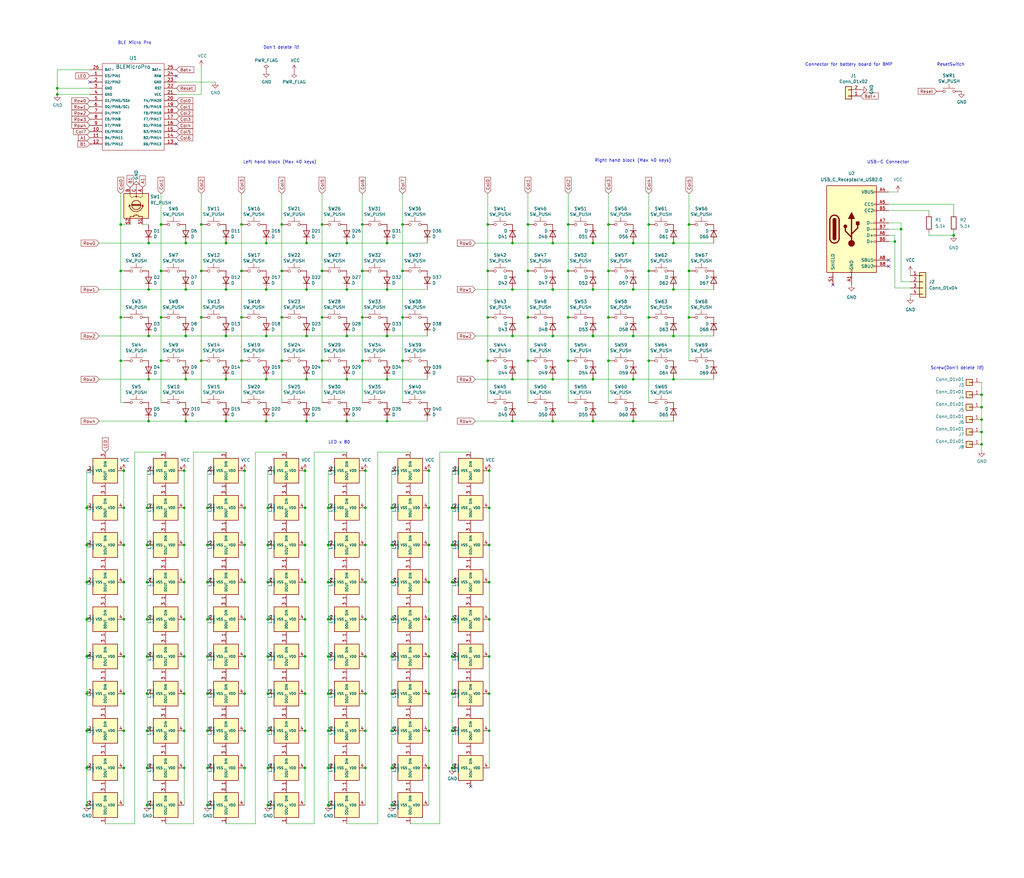
<source format=kicad_sch>
(kicad_sch (version 20211123) (generator eeschema)
  (paper "User" 419.989 360.045)
  (junction (at 276.225 118.745))
  (junction (at 249.555 147.955))
  (junction (at 160.655 330.2))
  (junction (at 92.71 118.745))
  (junction (at 185.42 254))
  (junction (at 276.225 99.695))
  (junction (at 85.09 269.24))
  (junction (at 115.57 92.075))
  (junction (at 200.66 254))
  (junction (at 109.855 330.2))
  (junction (at 210.185 172.72))
  (junction (at 158.75 118.745))
  (junction (at 100.33 284.48))
  (junction (at 149.86 314.96))
  (junction (at 82.55 111.125))
  (junction (at 109.855 254))
  (junction (at 402.59 167.005))
  (junction (at 85.09 284.48))
  (junction (at 160.655 284.48))
  (junction (at 134.62 314.96))
  (junction (at 109.22 118.745))
  (junction (at 175.895 223.52))
  (junction (at 134.62 284.48))
  (junction (at 226.695 118.745))
  (junction (at 369.57 93.98))
  (junction (at 115.57 111.125))
  (junction (at 210.185 99.695))
  (junction (at 149.86 208.28))
  (junction (at 100.33 299.72))
  (junction (at 85.09 238.76))
  (junction (at 233.045 111.125))
  (junction (at 266.065 92.075))
  (junction (at 75.565 208.28))
  (junction (at 160.655 314.96))
  (junction (at 60.325 254))
  (junction (at 60.96 137.795))
  (junction (at 216.535 92.075))
  (junction (at 134.62 208.28))
  (junction (at 210.185 137.795))
  (junction (at 132.08 130.175))
  (junction (at 149.86 299.72))
  (junction (at 149.86 238.76))
  (junction (at 75.565 299.72))
  (junction (at 200.66 238.76))
  (junction (at 282.575 111.125))
  (junction (at 226.695 172.72))
  (junction (at 109.855 314.96))
  (junction (at 158.75 137.795))
  (junction (at 200.025 130.175))
  (junction (at 149.86 223.52))
  (junction (at 75.565 284.48))
  (junction (at 149.86 284.48))
  (junction (at 185.42 284.48))
  (junction (at 35.56 284.48))
  (junction (at 142.24 172.72))
  (junction (at 109.855 208.28))
  (junction (at 99.06 111.125))
  (junction (at 50.8 208.28))
  (junction (at 109.22 172.72))
  (junction (at 142.24 137.795))
  (junction (at 100.33 193.04))
  (junction (at 60.96 99.695))
  (junction (at 109.855 269.24))
  (junction (at 259.715 137.795))
  (junction (at 175.895 299.72))
  (junction (at 249.555 92.075))
  (junction (at 125.73 155.575))
  (junction (at 60.96 118.745))
  (junction (at 148.59 147.955))
  (junction (at 125.095 193.04))
  (junction (at 100.33 269.24))
  (junction (at 35.56 299.72))
  (junction (at 60.96 172.72))
  (junction (at 60.325 238.76))
  (junction (at 158.75 99.695))
  (junction (at 125.095 238.76))
  (junction (at 249.555 130.175))
  (junction (at 210.185 155.575))
  (junction (at 160.655 223.52))
  (junction (at 134.62 330.2))
  (junction (at 60.325 284.48))
  (junction (at 282.575 130.175))
  (junction (at 50.8 254))
  (junction (at 49.53 130.175))
  (junction (at 266.065 130.175))
  (junction (at 266.065 147.955))
  (junction (at 49.53 92.075))
  (junction (at 125.095 284.48))
  (junction (at 200.66 208.28))
  (junction (at 35.56 238.76))
  (junction (at 85.09 208.28))
  (junction (at 109.22 99.695))
  (junction (at 60.96 155.575))
  (junction (at 100.33 254))
  (junction (at 100.33 314.96))
  (junction (at 134.62 299.72))
  (junction (at 66.04 147.955))
  (junction (at 76.2 99.695))
  (junction (at 391.16 96.52))
  (junction (at 132.08 111.125))
  (junction (at 50.8 238.76))
  (junction (at 85.09 330.2))
  (junction (at 115.57 130.175))
  (junction (at 50.8 284.48))
  (junction (at 50.8 299.72))
  (junction (at 75.565 238.76))
  (junction (at 75.565 269.24))
  (junction (at 233.045 147.955))
  (junction (at 175.895 314.96))
  (junction (at 160.655 238.76))
  (junction (at 109.855 284.48))
  (junction (at 92.71 155.575))
  (junction (at 125.73 172.72))
  (junction (at 125.095 269.24))
  (junction (at 85.09 314.96))
  (junction (at 125.095 299.72))
  (junction (at 109.22 155.575))
  (junction (at 185.42 269.24))
  (junction (at 50.8 223.52))
  (junction (at 100.33 208.28))
  (junction (at 165.1 92.075))
  (junction (at 85.09 223.52))
  (junction (at 210.185 118.745))
  (junction (at 185.42 299.72))
  (junction (at 200.025 147.955))
  (junction (at 35.56 223.52))
  (junction (at 99.06 147.955))
  (junction (at 160.655 269.24))
  (junction (at 259.715 118.745))
  (junction (at 276.225 137.795))
  (junction (at 49.53 111.125))
  (junction (at 66.04 92.075))
  (junction (at 148.59 111.125))
  (junction (at 60.325 330.2))
  (junction (at 125.73 137.795))
  (junction (at 276.225 155.575))
  (junction (at 92.71 99.695))
  (junction (at 200.66 193.04))
  (junction (at 149.86 269.24))
  (junction (at 165.1 147.955))
  (junction (at 134.62 238.76))
  (junction (at 82.55 92.075))
  (junction (at 200.66 284.48))
  (junction (at 185.42 238.76))
  (junction (at 92.71 137.795))
  (junction (at 175.895 269.24))
  (junction (at 82.55 130.175))
  (junction (at 109.22 137.795))
  (junction (at 125.095 254))
  (junction (at 35.56 330.2))
  (junction (at 233.045 130.175))
  (junction (at 75.565 254))
  (junction (at 148.59 92.075))
  (junction (at 402.59 172.085))
  (junction (at 60.325 269.24))
  (junction (at 367.03 99.06))
  (junction (at 402.59 182.245))
  (junction (at 49.53 147.955))
  (junction (at 249.555 111.125))
  (junction (at 115.57 147.955))
  (junction (at 200.025 92.075))
  (junction (at 75.565 314.96))
  (junction (at 175.895 238.76))
  (junction (at 200.66 269.24))
  (junction (at 142.24 155.575))
  (junction (at 259.715 172.72))
  (junction (at 23.495 38.735))
  (junction (at 99.06 130.175))
  (junction (at 243.205 118.745))
  (junction (at 175.895 193.04))
  (junction (at 226.695 99.695))
  (junction (at 60.325 208.28))
  (junction (at 23.495 36.195))
  (junction (at 76.2 137.795))
  (junction (at 266.065 111.125))
  (junction (at 243.205 137.795))
  (junction (at 82.55 147.955))
  (junction (at 99.06 92.075))
  (junction (at 149.86 254))
  (junction (at 175.895 284.48))
  (junction (at 76.2 172.72))
  (junction (at 100.33 223.52))
  (junction (at 109.855 238.76))
  (junction (at 158.75 155.575))
  (junction (at 402.59 161.925))
  (junction (at 185.42 208.28))
  (junction (at 50.8 314.96))
  (junction (at 35.56 254))
  (junction (at 66.04 130.175))
  (junction (at 165.1 130.175))
  (junction (at 85.09 254))
  (junction (at 165.1 111.125))
  (junction (at 259.715 99.695))
  (junction (at 233.045 92.075))
  (junction (at 125.73 99.695))
  (junction (at 125.095 314.96))
  (junction (at 148.59 130.175))
  (junction (at 75.565 193.04))
  (junction (at 85.09 299.72))
  (junction (at 100.33 238.76))
  (junction (at 200.66 299.72))
  (junction (at 185.42 223.52))
  (junction (at 149.86 193.04))
  (junction (at 175.895 254))
  (junction (at 216.535 111.125))
  (junction (at 132.08 92.075))
  (junction (at 158.75 172.72))
  (junction (at 243.205 99.695))
  (junction (at 35.56 269.24))
  (junction (at 160.655 299.72))
  (junction (at 60.325 299.72))
  (junction (at 282.575 92.075))
  (junction (at 92.71 172.72))
  (junction (at 243.205 172.72))
  (junction (at 125.095 208.28))
  (junction (at 243.205 155.575))
  (junction (at 216.535 147.955))
  (junction (at 125.73 118.745))
  (junction (at 402.59 177.165))
  (junction (at 160.655 254))
  (junction (at 200.66 223.52))
  (junction (at 109.855 223.52))
  (junction (at 60.325 223.52))
  (junction (at 226.695 137.795))
  (junction (at 132.08 147.955))
  (junction (at 226.695 155.575))
  (junction (at 75.565 223.52))
  (junction (at 200.025 111.125))
  (junction (at 66.04 111.125))
  (junction (at 259.715 155.575))
  (junction (at 175.895 208.28))
  (junction (at 35.56 314.96))
  (junction (at 109.855 299.72))
  (junction (at 160.655 208.28))
  (junction (at 60.325 314.96))
  (junction (at 76.2 155.575))
  (junction (at 185.42 314.96))
  (junction (at 142.24 99.695))
  (junction (at 125.095 223.52))
  (junction (at 134.62 269.24))
  (junction (at 35.56 208.28))
  (junction (at 142.24 118.745))
  (junction (at 216.535 130.175))
  (junction (at 134.62 223.52))
  (junction (at 76.2 118.745))
  (junction (at 50.8 269.24))
  (junction (at 134.62 254))
  (junction (at 50.8 193.04))
  (no_connect (at 72.39 31.115))
  (no_connect (at 72.39 59.055))
  (no_connect (at 341.63 116.84))
  (no_connect (at 364.49 109.22))
  (no_connect (at 364.49 106.68))
  (no_connect (at 36.83 33.655))
  (no_connect (at 193.04 322.58))
  (wire (pts (xy 216.535 130.175) (xy 216.535 147.955)))
  (wire (pts (xy 132.08 147.955) (xy 132.08 165.1)))
  (wire (pts (xy 35.56 314.96) (xy 35.56 330.2)))
  (wire (pts (xy 100.33 193.04) (xy 100.33 208.28)))
  (wire (pts (xy 50.8 111.125) (xy 49.53 111.125)))
  (wire (pts (xy 67.945 337.82) (xy 79.375 337.82)))
  (wire (pts (xy 233.045 92.075) (xy 233.045 111.125)))
  (wire (pts (xy 79.375 185.42) (xy 92.71 185.42)))
  (wire (pts (xy 185.42 238.76) (xy 185.42 254)))
  (wire (pts (xy 142.24 118.745) (xy 158.75 118.745)))
  (wire (pts (xy 200.025 92.075) (xy 200.025 111.125)))
  (wire (pts (xy 125.73 99.695) (xy 142.24 99.695)))
  (wire (pts (xy 210.185 118.745) (xy 226.695 118.745)))
  (wire (pts (xy 175.26 137.795) (xy 158.75 137.795)))
  (wire (pts (xy 134.62 208.28) (xy 134.62 223.52)))
  (wire (pts (xy 109.855 314.96) (xy 109.855 330.2)))
  (wire (pts (xy 175.895 269.24) (xy 175.895 284.48)))
  (wire (pts (xy 125.73 172.72) (xy 142.24 172.72)))
  (wire (pts (xy 75.565 284.48) (xy 75.565 299.72)))
  (wire (pts (xy 367.03 99.06) (xy 367.03 118.11)))
  (wire (pts (xy 109.22 137.795) (xy 125.73 137.795)))
  (wire (pts (xy 194.945 137.795) (xy 210.185 137.795)))
  (wire (pts (xy 43.18 337.82) (xy 55.245 337.82)))
  (wire (pts (xy 142.24 155.575) (xy 158.75 155.575)))
  (wire (pts (xy 402.59 172.085) (xy 402.59 177.165)))
  (wire (pts (xy 132.08 111.125) (xy 132.08 130.175)))
  (wire (pts (xy 226.695 155.575) (xy 243.205 155.575)))
  (wire (pts (xy 60.325 193.04) (xy 60.325 208.28)))
  (wire (pts (xy 60.96 99.695) (xy 76.2 99.695)))
  (wire (pts (xy 226.695 172.72) (xy 243.205 172.72)))
  (wire (pts (xy 154.94 185.42) (xy 168.275 185.42)))
  (wire (pts (xy 266.065 92.075) (xy 266.065 111.125)))
  (wire (pts (xy 160.655 193.04) (xy 160.655 208.28)))
  (wire (pts (xy 160.655 314.96) (xy 160.655 330.2)))
  (wire (pts (xy 200.025 130.175) (xy 200.025 147.955)))
  (wire (pts (xy 109.22 99.695) (xy 125.73 99.695)))
  (wire (pts (xy 100.33 299.72) (xy 100.33 314.96)))
  (wire (pts (xy 50.8 130.175) (xy 49.53 130.175)))
  (wire (pts (xy 148.59 92.075) (xy 148.59 111.125)))
  (wire (pts (xy 50.8 284.48) (xy 50.8 299.72)))
  (wire (pts (xy 165.1 111.125) (xy 165.1 130.175)))
  (wire (pts (xy 82.55 147.955) (xy 82.55 165.1)))
  (wire (pts (xy 185.42 193.04) (xy 185.42 208.28)))
  (wire (pts (xy 60.325 238.76) (xy 60.325 254)))
  (wire (pts (xy 373.38 118.11) (xy 367.03 118.11)))
  (wire (pts (xy 75.565 193.04) (xy 75.565 208.28)))
  (wire (pts (xy 92.71 337.82) (xy 104.775 337.82)))
  (wire (pts (xy 75.565 238.76) (xy 75.565 254)))
  (wire (pts (xy 200.66 254) (xy 200.66 269.24)))
  (wire (pts (xy 100.33 238.76) (xy 100.33 254)))
  (wire (pts (xy 243.205 172.72) (xy 259.715 172.72)))
  (wire (pts (xy 76.2 172.72) (xy 92.71 172.72)))
  (wire (pts (xy 88.265 33.655) (xy 72.39 33.655)))
  (wire (pts (xy 276.225 155.575) (xy 292.735 155.575)))
  (wire (pts (xy 266.065 130.175) (xy 266.065 147.955)))
  (wire (pts (xy 381 96.52) (xy 391.16 96.52)))
  (wire (pts (xy 125.095 208.28) (xy 125.095 223.52)))
  (wire (pts (xy 200.025 79.375) (xy 200.025 92.075)))
  (wire (pts (xy 134.62 314.96) (xy 134.62 330.2)))
  (wire (pts (xy 50.8 299.72) (xy 50.8 314.96)))
  (wire (pts (xy 160.655 254) (xy 160.655 269.24)))
  (wire (pts (xy 50.8 269.24) (xy 50.8 284.48)))
  (wire (pts (xy 154.94 337.82) (xy 154.94 185.42)))
  (wire (pts (xy 66.04 92.075) (xy 66.04 111.125)))
  (wire (pts (xy 180.34 185.42) (xy 193.04 185.42)))
  (wire (pts (xy 282.575 92.075) (xy 282.575 111.125)))
  (wire (pts (xy 391.16 83.82) (xy 391.16 87.63)))
  (wire (pts (xy 125.095 314.96) (xy 125.095 330.2)))
  (wire (pts (xy 142.24 172.72) (xy 158.75 172.72)))
  (wire (pts (xy 66.04 79.375) (xy 66.04 92.075)))
  (wire (pts (xy 233.045 111.125) (xy 233.045 130.175)))
  (wire (pts (xy 364.49 93.98) (xy 369.57 93.98)))
  (wire (pts (xy 175.26 155.575) (xy 158.75 155.575)))
  (wire (pts (xy 35.56 223.52) (xy 35.56 238.76)))
  (wire (pts (xy 134.62 223.52) (xy 134.62 238.76)))
  (wire (pts (xy 185.42 299.72) (xy 185.42 314.96)))
  (wire (pts (xy 99.06 130.175) (xy 99.06 147.955)))
  (wire (pts (xy 125.095 223.52) (xy 125.095 238.76)))
  (wire (pts (xy 60.96 155.575) (xy 76.2 155.575)))
  (wire (pts (xy 35.56 269.24) (xy 35.56 284.48)))
  (wire (pts (xy 40.64 99.695) (xy 60.96 99.695)))
  (wire (pts (xy 165.1 147.955) (xy 165.1 165.1)))
  (wire (pts (xy 175.895 208.28) (xy 175.895 223.52)))
  (wire (pts (xy 368.3 78.74) (xy 364.49 78.74)))
  (wire (pts (xy 200.66 284.48) (xy 200.66 299.72)))
  (wire (pts (xy 175.895 254) (xy 175.895 269.24)))
  (wire (pts (xy 85.09 238.76) (xy 85.09 254)))
  (wire (pts (xy 115.57 147.955) (xy 115.57 165.1)))
  (wire (pts (xy 160.655 238.76) (xy 160.655 254)))
  (wire (pts (xy 50.8 238.76) (xy 50.8 254)))
  (wire (pts (xy 100.33 284.48) (xy 100.33 299.72)))
  (wire (pts (xy 75.565 208.28) (xy 75.565 223.52)))
  (wire (pts (xy 148.59 79.375) (xy 148.59 92.075)))
  (wire (pts (xy 226.695 137.795) (xy 243.205 137.795)))
  (wire (pts (xy 185.42 269.24) (xy 185.42 284.48)))
  (wire (pts (xy 266.065 111.125) (xy 266.065 130.175)))
  (wire (pts (xy 35.56 193.04) (xy 35.56 208.28)))
  (wire (pts (xy 364.49 86.36) (xy 381 86.36)))
  (wire (pts (xy 115.57 111.125) (xy 115.57 130.175)))
  (wire (pts (xy 259.715 155.575) (xy 276.225 155.575)))
  (wire (pts (xy 216.535 147.955) (xy 216.535 165.1)))
  (wire (pts (xy 50.8 147.955) (xy 49.53 147.955)))
  (wire (pts (xy 391.16 95.25) (xy 391.16 96.52)))
  (wire (pts (xy 381 86.36) (xy 381 87.63)))
  (wire (pts (xy 125.73 137.795) (xy 142.24 137.795)))
  (wire (pts (xy 373.38 120.65) (xy 373.38 121.92)))
  (wire (pts (xy 36.83 36.195) (xy 23.495 36.195)))
  (wire (pts (xy 282.575 79.375) (xy 282.575 92.075)))
  (wire (pts (xy 243.205 137.795) (xy 259.715 137.795)))
  (wire (pts (xy 134.62 284.48) (xy 134.62 299.72)))
  (wire (pts (xy 175.26 172.72) (xy 158.75 172.72)))
  (wire (pts (xy 165.1 92.075) (xy 165.1 111.125)))
  (wire (pts (xy 160.655 223.52) (xy 160.655 238.76)))
  (wire (pts (xy 109.22 155.575) (xy 125.73 155.575)))
  (wire (pts (xy 99.06 111.125) (xy 99.06 130.175)))
  (wire (pts (xy 402.59 182.245) (xy 402.59 184.785)))
  (wire (pts (xy 92.71 137.795) (xy 109.22 137.795)))
  (wire (pts (xy 100.33 254) (xy 100.33 269.24)))
  (wire (pts (xy 49.53 111.125) (xy 49.53 130.175)))
  (wire (pts (xy 149.86 193.04) (xy 149.86 208.28)))
  (wire (pts (xy 76.2 137.795) (xy 92.71 137.795)))
  (wire (pts (xy 100.33 269.24) (xy 100.33 284.48)))
  (wire (pts (xy 55.245 337.82) (xy 55.245 185.42)))
  (wire (pts (xy 175.895 223.52) (xy 175.895 238.76)))
  (wire (pts (xy 115.57 92.075) (xy 115.57 111.125)))
  (wire (pts (xy 35.56 238.76) (xy 35.56 254)))
  (wire (pts (xy 50.8 254) (xy 50.8 269.24)))
  (wire (pts (xy 75.565 269.24) (xy 75.565 284.48)))
  (wire (pts (xy 109.855 299.72) (xy 109.855 314.96)))
  (wire (pts (xy 160.655 269.24) (xy 160.655 284.48)))
  (wire (pts (xy 109.22 118.745) (xy 125.73 118.745)))
  (wire (pts (xy 82.55 38.735) (xy 82.55 27.305)))
  (wire (pts (xy 49.53 147.955) (xy 49.53 165.1)))
  (wire (pts (xy 381 96.52) (xy 381 95.25)))
  (wire (pts (xy 109.855 284.48) (xy 109.855 299.72)))
  (wire (pts (xy 49.53 92.075) (xy 49.53 111.125)))
  (wire (pts (xy 35.56 284.48) (xy 35.56 299.72)))
  (wire (pts (xy 40.64 118.745) (xy 60.96 118.745)))
  (wire (pts (xy 49.53 130.175) (xy 49.53 147.955)))
  (wire (pts (xy 194.945 155.575) (xy 210.185 155.575)))
  (wire (pts (xy 92.71 155.575) (xy 109.22 155.575)))
  (wire (pts (xy 99.06 79.375) (xy 99.06 92.075)))
  (wire (pts (xy 36.83 38.735) (xy 23.495 38.735)))
  (wire (pts (xy 233.045 79.375) (xy 233.045 92.075)))
  (wire (pts (xy 60.325 208.28) (xy 60.325 223.52)))
  (wire (pts (xy 117.475 337.82) (xy 128.905 337.82)))
  (wire (pts (xy 369.57 115.57) (xy 373.38 115.57)))
  (wire (pts (xy 259.715 137.795) (xy 276.225 137.795)))
  (wire (pts (xy 23.495 36.195) (xy 23.495 38.735)))
  (wire (pts (xy 76.2 118.745) (xy 92.71 118.745)))
  (wire (pts (xy 149.86 314.96) (xy 149.86 330.2)))
  (wire (pts (xy 149.86 238.76) (xy 149.86 254)))
  (wire (pts (xy 148.59 147.955) (xy 148.59 165.1)))
  (wire (pts (xy 210.185 99.695) (xy 226.695 99.695)))
  (wire (pts (xy 115.57 79.375) (xy 115.57 92.075)))
  (wire (pts (xy 200.025 111.125) (xy 200.025 130.175)))
  (wire (pts (xy 160.655 208.28) (xy 160.655 223.52)))
  (wire (pts (xy 99.06 92.075) (xy 99.06 111.125)))
  (wire (pts (xy 226.695 99.695) (xy 243.205 99.695)))
  (wire (pts (xy 75.565 223.52) (xy 75.565 238.76)))
  (wire (pts (xy 72.39 38.735) (xy 82.55 38.735)))
  (wire (pts (xy 50.8 223.52) (xy 50.8 238.76)))
  (wire (pts (xy 402.59 156.845) (xy 402.59 161.925)))
  (wire (pts (xy 92.71 99.695) (xy 109.22 99.695)))
  (wire (pts (xy 369.57 91.44) (xy 369.57 93.98)))
  (wire (pts (xy 180.34 337.82) (xy 180.34 185.42)))
  (wire (pts (xy 165.1 79.375) (xy 165.1 92.075)))
  (wire (pts (xy 216.535 92.075) (xy 216.535 111.125)))
  (wire (pts (xy 266.065 79.375) (xy 266.065 92.075)))
  (wire (pts (xy 200.66 299.72) (xy 200.66 314.96)))
  (wire (pts (xy 149.86 208.28) (xy 149.86 223.52)))
  (wire (pts (xy 85.09 269.24) (xy 85.09 284.48)))
  (wire (pts (xy 364.49 83.82) (xy 391.16 83.82)))
  (wire (pts (xy 185.42 208.28) (xy 185.42 223.52)))
  (wire (pts (xy 148.59 130.175) (xy 148.59 147.955)))
  (wire (pts (xy 85.09 223.52) (xy 85.09 238.76)))
  (wire (pts (xy 125.095 193.04) (xy 125.095 208.28)))
  (wire (pts (xy 82.55 92.075) (xy 82.55 111.125)))
  (wire (pts (xy 149.86 299.72) (xy 149.86 314.96)))
  (wire (pts (xy 259.715 99.695) (xy 276.225 99.695)))
  (wire (pts (xy 100.33 208.28) (xy 100.33 223.52)))
  (wire (pts (xy 200.025 147.955) (xy 200.025 165.1)))
  (wire (pts (xy 134.62 193.04) (xy 134.62 208.28)))
  (wire (pts (xy 194.945 172.72) (xy 210.185 172.72)))
  (wire (pts (xy 82.55 130.175) (xy 82.55 147.955)))
  (wire (pts (xy 373.38 111.76) (xy 373.38 113.03)))
  (wire (pts (xy 85.09 299.72) (xy 85.09 314.96)))
  (wire (pts (xy 233.045 130.175) (xy 233.045 147.955)))
  (wire (pts (xy 109.855 269.24) (xy 109.855 284.48)))
  (wire (pts (xy 115.57 130.175) (xy 115.57 147.955)))
  (wire (pts (xy 40.64 137.795) (xy 60.96 137.795)))
  (wire (pts (xy 160.655 299.72) (xy 160.655 314.96)))
  (wire (pts (xy 125.73 155.575) (xy 142.24 155.575)))
  (wire (pts (xy 109.22 172.72) (xy 125.73 172.72)))
  (wire (pts (xy 50.8 193.04) (xy 50.8 208.28)))
  (wire (pts (xy 282.575 130.175) (xy 282.575 147.955)))
  (wire (pts (xy 249.555 111.125) (xy 249.555 130.175)))
  (wire (pts (xy 35.56 299.72) (xy 35.56 314.96)))
  (wire (pts (xy 58.42 92.075) (xy 60.96 92.075)))
  (wire (pts (xy 200.66 193.04) (xy 200.66 208.28)))
  (wire (pts (xy 85.09 208.28) (xy 85.09 223.52)))
  (wire (pts (xy 92.71 172.72) (xy 109.22 172.72)))
  (wire (pts (xy 40.64 172.72) (xy 60.96 172.72)))
  (wire (pts (xy 364.49 91.44) (xy 369.57 91.44)))
  (wire (pts (xy 402.59 161.925) (xy 402.59 167.005)))
  (wire (pts (xy 125.095 299.72) (xy 125.095 314.96)))
  (wire (pts (xy 125.095 254) (xy 125.095 269.24)))
  (wire (pts (xy 132.08 79.375) (xy 132.08 92.075)))
  (wire (pts (xy 128.905 185.42) (xy 142.24 185.42)))
  (wire (pts (xy 200.66 269.24) (xy 200.66 284.48)))
  (wire (pts (xy 243.205 99.695) (xy 259.715 99.695)))
  (wire (pts (xy 132.08 92.075) (xy 132.08 111.125)))
  (wire (pts (xy 60.325 223.52) (xy 60.325 238.76)))
  (wire (pts (xy 259.715 172.72) (xy 276.225 172.72)))
  (wire (pts (xy 134.62 269.24) (xy 134.62 284.48)))
  (wire (pts (xy 249.555 147.955) (xy 249.555 165.1)))
  (wire (pts (xy 402.59 177.165) (xy 402.59 182.245)))
  (wire (pts (xy 75.565 299.72) (xy 75.565 314.96)))
  (wire (pts (xy 104.775 337.82) (xy 104.775 185.42)))
  (wire (pts (xy 185.42 254) (xy 185.42 269.24)))
  (wire (pts (xy 85.09 284.48) (xy 85.09 299.72)))
  (wire (pts (xy 149.86 284.48) (xy 149.86 299.72)))
  (wire (pts (xy 249.555 130.175) (xy 249.555 147.955)))
  (wire (pts (xy 100.33 223.52) (xy 100.33 238.76)))
  (wire (pts (xy 50.8 314.96) (xy 50.8 330.2)))
  (wire (pts (xy 82.55 111.125) (xy 82.55 130.175)))
  (wire (pts (xy 85.09 193.04) (xy 85.09 208.28)))
  (wire (pts (xy 276.225 99.695) (xy 292.735 99.695)))
  (wire (pts (xy 60.325 314.96) (xy 60.325 330.2)))
  (wire (pts (xy 210.185 155.575) (xy 226.695 155.575)))
  (wire (pts (xy 210.185 137.795) (xy 226.695 137.795)))
  (wire (pts (xy 75.565 314.96) (xy 75.565 330.2)))
  (wire (pts (xy 50.8 208.28) (xy 50.8 223.52)))
  (wire (pts (xy 276.225 118.745) (xy 292.735 118.745)))
  (wire (pts (xy 266.065 147.955) (xy 266.065 165.1)))
  (wire (pts (xy 125.73 118.745) (xy 142.24 118.745)))
  (wire (pts (xy 85.09 254) (xy 85.09 269.24)))
  (wire (pts (xy 55.245 185.42) (xy 67.945 185.42)))
  (wire (pts (xy 109.855 254) (xy 109.855 269.24)))
  (wire (pts (xy 249.555 79.375) (xy 249.555 92.075)))
  (wire (pts (xy 259.715 118.745) (xy 276.225 118.745)))
  (wire (pts (xy 200.66 208.28) (xy 200.66 223.52)))
  (wire (pts (xy 60.325 284.48) (xy 60.325 299.72)))
  (wire (pts (xy 79.375 337.82) (xy 79.375 185.42)))
  (wire (pts (xy 149.86 254) (xy 149.86 269.24)))
  (wire (pts (xy 175.26 99.695) (xy 158.75 99.695)))
  (wire (pts (xy 66.04 147.955) (xy 66.04 165.1)))
  (wire (pts (xy 160.655 284.48) (xy 160.655 299.72)))
  (wire (pts (xy 175.895 284.48) (xy 175.895 299.72)))
  (wire (pts (xy 175.895 314.96) (xy 175.895 330.2)))
  (wire (pts (xy 35.56 208.28) (xy 35.56 223.52)))
  (wire (pts (xy 175.895 299.72) (xy 175.895 314.96)))
  (wire (pts (xy 49.53 79.375) (xy 49.53 92.075)))
  (wire (pts (xy 35.56 254) (xy 35.56 269.24)))
  (wire (pts (xy 49.53 92.075) (xy 53.34 92.075)))
  (wire (pts (xy 175.895 193.04) (xy 175.895 208.28)))
  (wire (pts (xy 142.24 99.695) (xy 158.75 99.695)))
  (wire (pts (xy 243.205 155.575) (xy 259.715 155.575)))
  (wire (pts (xy 148.59 111.125) (xy 148.59 130.175)))
  (wire (pts (xy 60.325 299.72) (xy 60.325 314.96)))
  (wire (pts (xy 134.62 238.76) (xy 134.62 254)))
  (wire (pts (xy 364.49 99.06) (xy 367.03 99.06)))
  (wire (pts (xy 175.26 118.745) (xy 158.75 118.745)))
  (wire (pts (xy 104.775 185.42) (xy 117.475 185.42)))
  (wire (pts (xy 82.55 79.375) (xy 82.55 92.075)))
  (wire (pts (xy 109.855 223.52) (xy 109.855 238.76)))
  (wire (pts (xy 249.555 92.075) (xy 249.555 111.125)))
  (wire (pts (xy 200.66 238.76) (xy 200.66 254)))
  (wire (pts (xy 60.325 254) (xy 60.325 269.24)))
  (wire (pts (xy 210.185 172.72) (xy 226.695 172.72)))
  (wire (pts (xy 282.575 111.125) (xy 282.575 130.175)))
  (wire (pts (xy 185.42 284.48) (xy 185.42 299.72)))
  (wire (pts (xy 100.33 314.96) (xy 100.33 330.2)))
  (wire (pts (xy 60.96 137.795) (xy 76.2 137.795)))
  (wire (pts (xy 36.83 28.575) (xy 23.495 28.575)))
  (wire (pts (xy 125.095 238.76) (xy 125.095 254)))
  (wire (pts (xy 109.855 193.04) (xy 109.855 208.28)))
  (wire (pts (xy 194.945 99.695) (xy 210.185 99.695)))
  (wire (pts (xy 99.06 147.955) (xy 99.06 165.1)))
  (wire (pts (xy 60.96 118.745) (xy 76.2 118.745)))
  (wire (pts (xy 149.86 269.24) (xy 149.86 284.48)))
  (wire (pts (xy 60.325 269.24) (xy 60.325 284.48)))
  (wire (pts (xy 200.66 223.52) (xy 200.66 238.76)))
  (wire (pts (xy 76.2 99.695) (xy 92.71 99.695)))
  (wire (pts (xy 109.855 238.76) (xy 109.855 254)))
  (wire (pts (xy 367.03 96.52) (xy 367.03 99.06)))
  (wire (pts (xy 75.565 254) (xy 75.565 269.24)))
  (wire (pts (xy 165.1 130.175) (xy 165.1 147.955)))
  (wire (pts (xy 226.695 118.745) (xy 243.205 118.745)))
  (wire (pts (xy 233.045 147.955) (xy 233.045 165.1)))
  (wire (pts (xy 128.905 337.82) (xy 128.905 185.42)))
  (wire (pts (xy 92.71 118.745) (xy 109.22 118.745)))
  (wire (pts (xy 76.2 155.575) (xy 92.71 155.575)))
  (wire (pts (xy 66.04 111.125) (xy 66.04 130.175)))
  (wire (pts (xy 402.59 167.005) (xy 402.59 172.085)))
  (wire (pts (xy 66.04 130.175) (xy 66.04 147.955)))
  (wire (pts (xy 125.095 284.48) (xy 125.095 299.72)))
  (wire (pts (xy 142.24 337.82) (xy 154.94 337.82)))
  (wire (pts (xy 142.24 137.795) (xy 158.75 137.795)))
  (wire (pts (xy 216.535 79.375) (xy 216.535 92.075)))
  (wire (pts (xy 175.895 238.76) (xy 175.895 254)))
  (wire (pts (xy 49.53 165.1) (xy 50.8 165.1)))
  (wire (pts (xy 60.96 172.72) (xy 76.2 172.72)))
  (wire (pts (xy 149.86 223.52) (xy 149.86 238.76)))
  (wire (pts (xy 109.855 208.28) (xy 109.855 223.52)))
  (wire (pts (xy 85.09 314.96) (xy 85.09 330.2)))
  (wire (pts (xy 276.225 137.795) (xy 292.735 137.795)))
  (wire (pts (xy 168.275 337.82) (xy 180.34 337.82)))
  (wire (pts (xy 369.57 93.98) (xy 369.57 115.57)))
  (wire (pts (xy 216.535 111.125) (xy 216.535 130.175)))
  (wire (pts (xy 134.62 254) (xy 134.62 269.24)))
  (wire (pts (xy 40.64 155.575) (xy 60.96 155.575)))
  (wire (pts (xy 243.205 118.745) (xy 259.715 118.745)))
  (wire (pts (xy 125.095 269.24) (xy 125.095 284.48)))
  (wire (pts (xy 134.62 299.72) (xy 134.62 314.96)))
  (wire (pts (xy 23.495 28.575) (xy 23.495 36.195)))
  (wire (pts (xy 132.08 130.175) (xy 132.08 147.955)))
  (wire (pts (xy 194.945 118.745) (xy 210.185 118.745)))
  (wire (pts (xy 185.42 223.52) (xy 185.42 238.76)))
  (wire (pts (xy 364.49 96.52) (xy 367.03 96.52)))
  (text "LED x 80" (at 134.62 182.245 0) (effects (font (size 1.27 1.27)) (justify left bottom)))
  (text "Screw(Don't delete it!)" (at 381.635 151.765 0) (effects (font (size 1.27 1.27)) (justify left bottom)))
  (text "Left hand block (Max 40 keys)" (at 99.695 67.31 0) (effects (font (size 1.27 1.27)) (justify left bottom)))
  (text "USB-C Connector" (at 355.6 67.31 0) (effects (font (size 1.27 1.27)) (justify left bottom)))
  (text "Connector for battery board for BMP" (at 330.2 27.305 0) (effects (font (size 1.27 1.27)) (justify left bottom)))
  (text "ResetSwitch" (at 384.175 27.305 0) (effects (font (size 1.27 1.27)) (justify left bottom)))
  (text "BLE Micro Pro" (at 48.26 18.415 0) (effects (font (size 1.27 1.27)) (justify left bottom)))
  (text "Don't delete it!" (at 107.95 20.32 0) (effects (font (size 1.27 1.27)) (justify left bottom)))
  (text "Right hand block (Max 40 keys)" (at 243.84 66.675 0) (effects (font (size 1.27 1.27)) (justify left bottom)))
  (global_label "Row4" (shape input) (at 36.83 51.435 180) (property "Intersheet References" "${INTERSHEET_REFS}" (effects hide)))
  (global_label "Bat+" (shape input) (at 72.39 28.575 0) (property "Intersheet References" "${INTERSHEET_REFS}" (effects hide)))
  (global_label "Row2" (shape input) (at 40.64 137.795 180) (property "Intersheet References" "${INTERSHEET_REFS}" (effects hide)))
  (global_label "Row2" (shape input) (at 36.83 46.355 180) (property "Intersheet References" "${INTERSHEET_REFS}" (effects hide)))
  (global_label "Row1" (shape input) (at 40.64 118.745 180) (property "Intersheet References" "${INTERSHEET_REFS}" (effects hide)))
  (global_label "Col4" (shape input) (at 266.065 79.375 90) (property "Intersheet References" "${INTERSHEET_REFS}" (effects hide)))
  (global_label "Col5" (shape input) (at 132.08 79.375 90) (property "Intersheet References" "${INTERSHEET_REFS}" (effects hide)))
  (global_label "Row4" (shape input) (at 194.945 172.72 180) (property "Intersheet References" "${INTERSHEET_REFS}" (effects hide)))
  (global_label "Col5" (shape input) (at 282.575 79.375 90) (property "Intersheet References" "${INTERSHEET_REFS}" (effects hide)))
  (global_label "Row4" (shape input) (at 40.64 172.72 180) (property "Intersheet References" "${INTERSHEET_REFS}" (effects hide)))
  (global_label "Col6" (shape input) (at 72.39 56.515 0) (property "Intersheet References" "${INTERSHEET_REFS}" (effects hide)))
  (global_label "Col5" (shape input) (at 72.39 53.975 0) (property "Intersheet References" "${INTERSHEET_REFS}" (effects hide)))
  (global_label "Col3" (shape input) (at 249.555 79.375 90) (property "Intersheet References" "${INTERSHEET_REFS}" (effects hide)))
  (global_label "Row0" (shape input) (at 40.64 99.695 180) (property "Intersheet References" "${INTERSHEET_REFS}" (effects hide)))
  (global_label "Row0" (shape input) (at 194.945 99.695 180) (property "Intersheet References" "${INTERSHEET_REFS}" (effects hide)))
  (global_label "Col0" (shape input) (at 49.53 79.375 90) (property "Intersheet References" "${INTERSHEET_REFS}" (effects hide)))
  (global_label "Col1" (shape input) (at 216.535 79.375 90) (property "Intersheet References" "${INTERSHEET_REFS}" (effects hide)))
  (global_label "Col7" (shape input) (at 36.83 53.975 180) (property "Intersheet References" "${INTERSHEET_REFS}" (effects hide)))
  (global_label "Col4" (shape input) (at 115.57 79.375 90) (property "Intersheet References" "${INTERSHEET_REFS}" (effects hide)))
  (global_label "LED" (shape input) (at 43.18 185.42 90) (property "Intersheet References" "${INTERSHEET_REFS}" (effects hide)))
  (global_label "Col3" (shape input) (at 99.06 79.375 90) (property "Intersheet References" "${INTERSHEET_REFS}" (effects hide)))
  (global_label "Col2" (shape input) (at 82.55 79.375 90) (property "Intersheet References" "${INTERSHEET_REFS}" (effects hide)))
  (global_label "Col1" (shape input) (at 72.39 43.815 0) (property "Intersheet References" "${INTERSHEET_REFS}" (effects hide)))
  (global_label "Col3" (shape input) (at 72.39 48.895 0) (property "Intersheet References" "${INTERSHEET_REFS}" (effects hide)))
  (global_label "B1" (shape input) (at 53.34 76.835 90) (property "Intersheet References" "${INTERSHEET_REFS}" (effects hide)))
  (global_label "Reset" (shape input) (at 72.39 36.195 0) (property "Intersheet References" "${INTERSHEET_REFS}" (effects hide)))
  (global_label "LED" (shape input) (at 36.83 31.115 180) (property "Intersheet References" "${INTERSHEET_REFS}" (effects hide)))
  (global_label "Col2" (shape input) (at 72.39 46.355 0) (property "Intersheet References" "${INTERSHEET_REFS}" (effects hide)))
  (global_label "Reset" (shape input) (at 384.175 37.465 180) (property "Intersheet References" "${INTERSHEET_REFS}" (effects hide)))
  (global_label "B1" (shape input) (at 36.83 59.055 180) (property "Intersheet References" "${INTERSHEET_REFS}" (effects hide)))
  (global_label "A1" (shape input) (at 58.42 76.835 90) (property "Intersheet References" "${INTERSHEET_REFS}" (effects hide)))
  (global_label "Row3" (shape input) (at 36.83 48.895 180) (property "Intersheet References" "${INTERSHEET_REFS}" (effects hide)))
  (global_label "Row0" (shape input) (at 36.83 41.275 180) (property "Intersheet References" "${INTERSHEET_REFS}" (effects hide)))
  (global_label "Row3" (shape input) (at 40.64 155.575 180) (property "Intersheet References" "${INTERSHEET_REFS}" (effects hide)))
  (global_label "Row1" (shape input) (at 194.945 118.745 180) (property "Intersheet References" "${INTERSHEET_REFS}" (effects hide)))
  (global_label "Row2" (shape input) (at 194.945 137.795 180) (property "Intersheet References" "${INTERSHEET_REFS}" (effects hide)))
  (global_label "Row3" (shape input) (at 194.945 155.575 180) (property "Intersheet References" "${INTERSHEET_REFS}" (effects hide)))
  (global_label "Col2" (shape input) (at 233.045 79.375 90) (property "Intersheet References" "${INTERSHEET_REFS}" (effects hide)))
  (global_label "Col0" (shape input) (at 200.025 79.375 90) (property "Intersheet References" "${INTERSHEET_REFS}" (effects hide)))
  (global_label "Row1" (shape input) (at 36.83 43.815 180) (property "Intersheet References" "${INTERSHEET_REFS}" (effects hide)))
  (global_label "Bat+" (shape input) (at 353.06 39.37 0) (property "Intersheet References" "${INTERSHEET_REFS}" (effects hide)))
  (global_label "Col1" (shape input) (at 66.04 79.375 90) (property "Intersheet References" "${INTERSHEET_REFS}" (effects hide)))
  (global_label "Col4" (shape input) (at 72.39 51.435 0) (property "Intersheet References" "${INTERSHEET_REFS}" (effects hide)))
  (global_label "Col7" (shape input) (at 165.1 79.375 90) (property "Intersheet References" "${INTERSHEET_REFS}" (effects hide)))
  (global_label "A1" (shape input) (at 36.83 56.515 180) (property "Intersheet References" "${INTERSHEET_REFS}" (effects hide)))
  (global_label "Col0" (shape input) (at 72.39 41.275 0) (property "Intersheet References" "${INTERSHEET_REFS}" (effects hide)))
  (global_label "Col6" (shape input) (at 148.59 79.375 90) (property "Intersheet References" "${INTERSHEET_REFS}" (effects hide)))
  (symbol (lib_id "power:PWR_FLAG") (at 109.22 29.21 0) (unit 1)
    (property "Reference" "#FLG01" (effects hide))
    (property "Value" "PWR_FLAG" (at 109.22 24.7904 0))
  )
  (symbol (lib_id "power:PWR_FLAG") (at 120.65 29.21 180) (unit 1)
    (property "Reference" "#FLG02" (effects hide))
    (property "Value" "PWR_FLAG" (at 120.65 33.6042 0))
  )
  (symbol (lib_id "power:GND") (at 109.22 29.21 0) (unit 1)
    (property "Reference" "#PWR011" (effects hide))
    (property "Value" "GND" (at 109.347 33.6042 0))
  )
  (symbol (lib_id "power:VCC") (at 120.65 29.21 0) (unit 1)
    (property "Reference" "#PWR013" (effects hide))
    (property "Value" "VCC" (at 121.0818 24.8158 0))
  )
  (symbol (lib_id "Salicylic_kbd:Micon_BLEMicroPro") (at 54.61 50.165 0) (unit 1)
    (property "Reference" "U1" (at 54.61 23.8252 0) (effects (font (size 1.524 1.524))))
    (property "Value" "BLEMicroPro" (at 54.61 26.5176 0) (effects (font (size 1.524 1.524)) (justify top)))
    (property "Footprint" "kbd_Parts:Micon_BMP_GL" (effects hide))
  )
  (symbol (lib_id "power:GND") (at 88.265 33.655 0) (unit 1)
    (property "Reference" "#PWR09" (effects hide))
    (property "Value" "GND" (at 88.392 38.0492 0))
  )
  (symbol (lib_id "power:VCC") (at 82.55 27.305 0) (unit 1)
    (property "Reference" "#PWR07" (effects hide))
    (property "Value" "VCC" (at 82.9818 22.9108 0))
  )
  (symbol (lib_id "power:GND") (at 23.495 38.735 0) (unit 1)
    (property "Reference" "#PWR01" (effects hide))
    (property "Value" "GND" (at 23.622 43.1292 0))
  )
  (symbol (lib_id "Switch:SW_Push") (at 71.12 92.075 0) (unit 1)
    (property "Reference" "SW6" (at 71.12 85.598 0))
    (property "Value" "SW_PUSH" (at 71.12 87.9094 0))
    (property "Footprint" "kbd_SW:CherryMX_Hotswap_1u" (effects hide))
  )
  (symbol (lib_id "Switch:SW_Push") (at 55.88 111.125 0) (unit 1)
    (property "Reference" "SW2" (at 55.88 104.648 0))
    (property "Value" "SW_PUSH" (at 55.88 106.9594 0))
    (property "Footprint" "kbd_SW:CherryMX_Hotswap_1u" (effects hide))
  )
  (symbol (lib_id "Switch:SW_Push") (at 71.12 111.125 0) (unit 1)
    (property "Reference" "SW7" (at 71.12 104.648 0))
    (property "Value" "SW_PUSH" (at 71.12 106.9594 0))
    (property "Footprint" "kbd_SW:CherryMX_Hotswap_1u" (effects hide))
  )
  (symbol (lib_id "Device:D") (at 60.96 95.885 90) (unit 1)
    (property "Reference" "D1" (at 62.9666 94.7166 90) (effects (justify right)))
    (property "Value" "D" (at 62.9666 97.028 90) (effects (justify right)))
    (property "Footprint" "kbd_Parts:Diode_TH_SMD" (effects hide))
  )
  (symbol (lib_id "Device:D") (at 76.2 95.885 90) (unit 1)
    (property "Reference" "D6" (at 78.2066 94.7166 90) (effects (justify right)))
    (property "Value" "D" (at 78.2066 97.028 90) (effects (justify right)))
    (property "Footprint" "kbd_Parts:Diode_TH_SMD" (effects hide))
  )
  (symbol (lib_id "Device:D") (at 76.2 114.935 90) (unit 1)
    (property "Reference" "D7" (at 78.2066 113.7666 90) (effects (justify right)))
    (property "Value" "D" (at 78.2066 116.078 90) (effects (justify right)))
    (property "Footprint" "kbd_Parts:Diode_TH_SMD" (effects hide))
  )
  (symbol (lib_id "Device:D") (at 60.96 114.935 90) (unit 1)
    (property "Reference" "D2" (at 62.9666 113.7666 90) (effects (justify right)))
    (property "Value" "D" (at 62.9666 116.078 90) (effects (justify right)))
    (property "Footprint" "kbd_Parts:Diode_TH_SMD" (effects hide))
  )
  (symbol (lib_id "Switch:SW_Push") (at 389.255 37.465 0) (unit 1)
    (property "Reference" "SWR1" (at 389.255 30.988 0))
    (property "Value" "SW_PUSH" (at 389.255 33.2994 0))
    (property "Footprint" "Button_Switch_THT:SW_PUSH_6mm" (effects hide))
  )
  (symbol (lib_id "power:GND") (at 394.335 37.465 0) (unit 1)
    (property "Reference" "#PWR027" (effects hide))
    (property "Value" "GND" (at 394.462 41.8592 0))
  )
  (symbol (lib_id "Switch:SW_Push") (at 104.14 92.075 0) (unit 1)
    (property "Reference" "SW16" (at 104.14 85.598 0))
    (property "Value" "SW_PUSH" (at 104.14 87.9094 0))
    (property "Footprint" "kbd_SW:CherryMX_Hotswap_1u" (effects hide))
  )
  (symbol (lib_id "Switch:SW_Push") (at 120.65 92.075 0) (unit 1)
    (property "Reference" "SW21" (at 120.65 85.598 0))
    (property "Value" "SW_PUSH" (at 120.65 87.9094 0))
    (property "Footprint" "kbd_SW:CherryMX_Hotswap_1u" (effects hide))
  )
  (symbol (lib_id "Switch:SW_Push") (at 137.16 92.075 0) (unit 1)
    (property "Reference" "SW26" (at 137.16 85.598 0))
    (property "Value" "SW_PUSH" (at 137.16 87.9094 0))
    (property "Footprint" "kbd_SW:CherryMX_Hotswap_1u" (effects hide))
  )
  (symbol (lib_id "Switch:SW_Push") (at 87.63 92.075 0) (unit 1)
    (property "Reference" "SW11" (at 87.63 85.598 0))
    (property "Value" "SW_PUSH" (at 87.63 87.9094 0))
    (property "Footprint" "kbd_SW:CherryMX_Hotswap_1u" (effects hide))
  )
  (symbol (lib_id "Switch:SW_Push") (at 104.14 130.175 0) (unit 1)
    (property "Reference" "SW18" (at 104.14 123.698 0))
    (property "Value" "SW_PUSH" (at 104.14 126.0094 0))
    (property "Footprint" "kbd_SW:CherryMX_Hotswap_1u" (effects hide))
  )
  (symbol (lib_id "Switch:SW_Push") (at 104.14 111.125 0) (unit 1)
    (property "Reference" "SW17" (at 104.14 104.648 0))
    (property "Value" "SW_PUSH" (at 104.14 106.9594 0))
    (property "Footprint" "kbd_SW:CherryMX_Hotswap_1u" (effects hide))
  )
  (symbol (lib_id "Switch:SW_Push") (at 120.65 111.125 0) (unit 1)
    (property "Reference" "SW22" (at 120.65 104.648 0))
    (property "Value" "SW_PUSH" (at 120.65 106.9594 0))
    (property "Footprint" "kbd_SW:CherryMX_Hotswap_1u" (effects hide))
  )
  (symbol (lib_id "Switch:SW_Push") (at 137.16 111.125 0) (unit 1)
    (property "Reference" "SW27" (at 137.16 104.648 0))
    (property "Value" "SW_PUSH" (at 137.16 106.9594 0))
    (property "Footprint" "kbd_SW:CherryMX_Hotswap_1u" (effects hide))
  )
  (symbol (lib_id "Switch:SW_Push") (at 87.63 111.125 0) (unit 1)
    (property "Reference" "SW12" (at 87.63 104.648 0))
    (property "Value" "SW_PUSH" (at 87.63 106.9594 0))
    (property "Footprint" "kbd_SW:CherryMX_Hotswap_1u" (effects hide))
  )
  (symbol (lib_id "Switch:SW_Push") (at 55.88 130.175 0) (unit 1)
    (property "Reference" "SW3" (at 55.88 123.698 0))
    (property "Value" "SW_PUSH" (at 55.88 126.0094 0))
    (property "Footprint" "kbd_SW:CherryMX_Hotswap_1u" (effects hide))
  )
  (symbol (lib_id "Switch:SW_Push") (at 55.88 147.955 0) (unit 1)
    (property "Reference" "SW4" (at 55.88 141.478 0))
    (property "Value" "SW_PUSH" (at 55.88 143.7894 0))
    (property "Footprint" "kbd_SW:CherryMX_Hotswap_1u" (effects hide))
  )
  (symbol (lib_id "Switch:SW_Push") (at 71.12 130.175 0) (unit 1)
    (property "Reference" "SW8" (at 71.12 123.698 0))
    (property "Value" "SW_PUSH" (at 71.12 126.0094 0))
    (property "Footprint" "kbd_SW:CherryMX_Hotswap_1u" (effects hide))
  )
  (symbol (lib_id "Switch:SW_Push") (at 71.12 147.955 0) (unit 1)
    (property "Reference" "SW9" (at 71.12 141.478 0))
    (property "Value" "SW_PUSH" (at 71.12 143.7894 0))
    (property "Footprint" "kbd_SW:CherryMX_Hotswap_1u" (effects hide))
  )
  (symbol (lib_id "Switch:SW_Push") (at 87.63 130.175 0) (unit 1)
    (property "Reference" "SW13" (at 87.63 123.698 0))
    (property "Value" "SW_PUSH" (at 87.63 126.0094 0))
    (property "Footprint" "kbd_SW:CherryMX_Hotswap_1u" (effects hide))
  )
  (symbol (lib_id "Switch:SW_Push") (at 104.14 147.955 0) (unit 1)
    (property "Reference" "SW19" (at 104.14 141.478 0))
    (property "Value" "SW_PUSH" (at 104.14 143.7894 0))
    (property "Footprint" "kbd_SW:CherryMX_Hotswap_1u" (effects hide))
  )
  (symbol (lib_id "Switch:SW_Push") (at 120.65 147.955 0) (unit 1)
    (property "Reference" "SW24" (at 120.65 141.478 0))
    (property "Value" "SW_PUSH" (at 120.65 143.7894 0))
    (property "Footprint" "kbd_SW:CherryMX_Hotswap_1u" (effects hide))
  )
  (symbol (lib_id "Switch:SW_Push") (at 137.16 147.955 0) (unit 1)
    (property "Reference" "SW29" (at 137.16 141.478 0))
    (property "Value" "SW_PUSH" (at 137.16 143.7894 0))
    (property "Footprint" "kbd_SW:CherryMX_Hotswap_1u" (effects hide))
  )
  (symbol (lib_id "Switch:SW_Push") (at 120.65 130.175 0) (unit 1)
    (property "Reference" "SW23" (at 120.65 123.698 0))
    (property "Value" "SW_PUSH" (at 120.65 126.0094 0))
    (property "Footprint" "kbd_SW:CherryMX_Hotswap_1u" (effects hide))
  )
  (symbol (lib_id "Switch:SW_Push") (at 137.16 130.175 0) (unit 1)
    (property "Reference" "SW28" (at 137.16 123.698 0))
    (property "Value" "SW_PUSH" (at 137.16 126.0094 0))
    (property "Footprint" "kbd_SW:CherryMX_Hotswap_1u" (effects hide))
  )
  (symbol (lib_id "Device:D") (at 92.71 95.885 90) (unit 1)
    (property "Reference" "D11" (at 94.7166 94.7166 90) (effects (justify right)))
    (property "Value" "D" (at 94.7166 97.028 90) (effects (justify right)))
    (property "Footprint" "kbd_Parts:Diode_TH_SMD" (effects hide))
  )
  (symbol (lib_id "Device:D") (at 109.22 95.885 90) (unit 1)
    (property "Reference" "D16" (at 111.2266 94.7166 90) (effects (justify right)))
    (property "Value" "D" (at 111.2266 97.028 90) (effects (justify right)))
    (property "Footprint" "kbd_Parts:Diode_TH_SMD" (effects hide))
  )
  (symbol (lib_id "Device:D") (at 125.73 95.885 90) (unit 1)
    (property "Reference" "D21" (at 127.7366 94.7166 90) (effects (justify right)))
    (property "Value" "D" (at 127.7366 97.028 90) (effects (justify right)))
    (property "Footprint" "kbd_Parts:Diode_TH_SMD" (effects hide))
  )
  (symbol (lib_id "Device:D") (at 142.24 95.885 90) (unit 1)
    (property "Reference" "D26" (at 144.2466 94.7166 90) (effects (justify right)))
    (property "Value" "D" (at 144.2466 97.028 90) (effects (justify right)))
    (property "Footprint" "kbd_Parts:Diode_TH_SMD" (effects hide))
  )
  (symbol (lib_id "Device:D") (at 142.24 114.935 90) (unit 1)
    (property "Reference" "D27" (at 144.2466 113.7666 90) (effects (justify right)))
    (property "Value" "D" (at 144.2466 116.078 90) (effects (justify right)))
    (property "Footprint" "kbd_Parts:Diode_TH_SMD" (effects hide))
  )
  (symbol (lib_id "Device:D") (at 142.24 133.985 90) (unit 1)
    (property "Reference" "D28" (at 144.2466 132.8166 90) (effects (justify right)))
    (property "Value" "D" (at 144.2466 135.128 90) (effects (justify right)))
    (property "Footprint" "kbd_Parts:Diode_TH_SMD" (effects hide))
  )
  (symbol (lib_id "Device:D") (at 142.24 151.765 90) (unit 1)
    (property "Reference" "D29" (at 144.2466 150.5966 90) (effects (justify right)))
    (property "Value" "D" (at 144.2466 152.908 90) (effects (justify right)))
    (property "Footprint" "kbd_Parts:Diode_TH_SMD" (effects hide))
  )
  (symbol (lib_id "Device:D") (at 125.73 151.765 90) (unit 1)
    (property "Reference" "D24" (at 127.7366 150.5966 90) (effects (justify right)))
    (property "Value" "D" (at 127.7366 152.908 90) (effects (justify right)))
    (property "Footprint" "kbd_Parts:Diode_TH_SMD" (effects hide))
  )
  (symbol (lib_id "Device:D") (at 125.73 133.985 90) (unit 1)
    (property "Reference" "D23" (at 127.7366 132.8166 90) (effects (justify right)))
    (property "Value" "D" (at 127.7366 135.128 90) (effects (justify right)))
    (property "Footprint" "kbd_Parts:Diode_TH_SMD" (effects hide))
  )
  (symbol (lib_id "Device:D") (at 125.73 114.935 90) (unit 1)
    (property "Reference" "D22" (at 127.7366 113.7666 90) (effects (justify right)))
    (property "Value" "D" (at 127.7366 116.078 90) (effects (justify right)))
    (property "Footprint" "kbd_Parts:Diode_TH_SMD" (effects hide))
  )
  (symbol (lib_id "Device:D") (at 109.22 114.935 90) (unit 1)
    (property "Reference" "D17" (at 111.2266 113.7666 90) (effects (justify right)))
    (property "Value" "D" (at 111.2266 116.078 90) (effects (justify right)))
    (property "Footprint" "kbd_Parts:Diode_TH_SMD" (effects hide))
  )
  (symbol (lib_id "Device:D") (at 92.71 114.935 90) (unit 1)
    (property "Reference" "D12" (at 94.7166 113.7666 90) (effects (justify right)))
    (property "Value" "D" (at 94.7166 116.078 90) (effects (justify right)))
    (property "Footprint" "kbd_Parts:Diode_TH_SMD" (effects hide))
  )
  (symbol (lib_id "Device:D") (at 92.71 133.985 90) (unit 1)
    (property "Reference" "D13" (at 94.7166 132.8166 90) (effects (justify right)))
    (property "Value" "D" (at 94.7166 135.128 90) (effects (justify right)))
    (property "Footprint" "kbd_Parts:Diode_TH_SMD" (effects hide))
  )
  (symbol (lib_id "Device:D") (at 109.22 133.985 90) (unit 1)
    (property "Reference" "D18" (at 111.2266 132.8166 90) (effects (justify right)))
    (property "Value" "D" (at 111.2266 135.128 90) (effects (justify right)))
    (property "Footprint" "kbd_Parts:Diode_TH_SMD" (effects hide))
  )
  (symbol (lib_id "Device:D") (at 109.22 151.765 90) (unit 1)
    (property "Reference" "D19" (at 111.2266 150.5966 90) (effects (justify right)))
    (property "Value" "D" (at 111.2266 152.908 90) (effects (justify right)))
    (property "Footprint" "kbd_Parts:Diode_TH_SMD" (effects hide))
  )
  (symbol (lib_id "Device:D") (at 76.2 151.765 90) (unit 1)
    (property "Reference" "D9" (at 78.2066 150.5966 90) (effects (justify right)))
    (property "Value" "D" (at 78.2066 152.908 90) (effects (justify right)))
    (property "Footprint" "kbd_Parts:Diode_TH_SMD" (effects hide))
  )
  (symbol (lib_id "Device:D") (at 76.2 133.985 90) (unit 1)
    (property "Reference" "D8" (at 78.2066 132.8166 90) (effects (justify right)))
    (property "Value" "D" (at 78.2066 135.128 90) (effects (justify right)))
    (property "Footprint" "kbd_Parts:Diode_TH_SMD" (effects hide))
  )
  (symbol (lib_id "Device:D") (at 60.96 133.985 90) (unit 1)
    (property "Reference" "D3" (at 62.9666 132.8166 90) (effects (justify right)))
    (property "Value" "D" (at 62.9666 135.128 90) (effects (justify right)))
    (property "Footprint" "kbd_Parts:Diode_TH_SMD" (effects hide))
  )
  (symbol (lib_id "Device:D") (at 60.96 151.765 90) (unit 1)
    (property "Reference" "D4" (at 62.9666 150.5966 90) (effects (justify right)))
    (property "Value" "D" (at 62.9666 152.908 90) (effects (justify right)))
    (property "Footprint" "kbd_Parts:Diode_TH_SMD" (effects hide))
  )
  (symbol (lib_id "Switch:SW_Push") (at 55.88 165.1 0) (unit 1)
    (property "Reference" "SW5" (at 55.88 158.623 0))
    (property "Value" "SW_PUSH" (at 55.88 160.9344 0))
    (property "Footprint" "kbd_SW:CherryMX_Hotswap_1u" (effects hide))
  )
  (symbol (lib_id "Switch:SW_Push") (at 71.12 165.1 0) (unit 1)
    (property "Reference" "SW10" (at 71.12 158.623 0))
    (property "Value" "SW_PUSH" (at 71.12 160.9344 0))
    (property "Footprint" "kbd_SW:CherryMX_Hotswap_1u" (effects hide))
  )
  (symbol (lib_id "Switch:SW_Push") (at 87.63 165.1 0) (unit 1)
    (property "Reference" "SW15" (at 87.63 158.623 0))
    (property "Value" "SW_PUSH" (at 87.63 160.9344 0))
    (property "Footprint" "kbd_SW:CherryMX_Hotswap_1u" (effects hide))
  )
  (symbol (lib_id "Switch:SW_Push") (at 104.14 165.1 0) (unit 1)
    (property "Reference" "SW20" (at 104.14 158.623 0))
    (property "Value" "SW_PUSH" (at 104.14 160.9344 0))
    (property "Footprint" "kbd_SW:CherryMX_Hotswap_1u" (effects hide))
  )
  (symbol (lib_id "Switch:SW_Push") (at 120.65 165.1 0) (unit 1)
    (property "Reference" "SW25" (at 120.65 158.623 0))
    (property "Value" "SW_PUSH" (at 120.65 160.9344 0))
    (property "Footprint" "kbd_SW:CherryMX_Hotswap_1u" (effects hide))
  )
  (symbol (lib_id "Switch:SW_Push") (at 137.16 165.1 0) (unit 1)
    (property "Reference" "SW30" (at 137.16 158.623 0))
    (property "Value" "SW_PUSH" (at 137.16 160.9344 0))
    (property "Footprint" "kbd_SW:CherryMX_Hotswap_1u" (effects hide))
  )
  (symbol (lib_id "Device:D") (at 60.96 168.91 90) (unit 1)
    (property "Reference" "D5" (at 62.9666 167.7416 90) (effects (justify right)))
    (property "Value" "D" (at 62.9666 170.053 90) (effects (justify right)))
    (property "Footprint" "kbd_Parts:Diode_TH_SMD" (effects hide))
  )
  (symbol (lib_id "Device:D") (at 76.2 168.91 90) (unit 1)
    (property "Reference" "D10" (at 78.2066 167.7416 90) (effects (justify right)))
    (property "Value" "D" (at 78.2066 170.053 90) (effects (justify right)))
    (property "Footprint" "kbd_Parts:Diode_TH_SMD" (effects hide))
  )
  (symbol (lib_id "Device:D") (at 92.71 168.91 90) (unit 1)
    (property "Reference" "D15" (at 94.7166 167.7416 90) (effects (justify right)))
    (property "Value" "D" (at 94.7166 170.053 90) (effects (justify right)))
    (property "Footprint" "kbd_Parts:Diode_TH_SMD" (effects hide))
  )
  (symbol (lib_id "Device:D") (at 109.22 168.91 90) (unit 1)
    (property "Reference" "D20" (at 111.2266 167.7416 90) (effects (justify right)))
    (property "Value" "D" (at 111.2266 170.053 90) (effects (justify right)))
    (property "Footprint" "kbd_Parts:Diode_TH_SMD" (effects hide))
  )
  (symbol (lib_id "Device:D") (at 125.73 168.91 90) (unit 1)
    (property "Reference" "D25" (at 127.7366 167.7416 90) (effects (justify right)))
    (property "Value" "D" (at 127.7366 170.053 90) (effects (justify right)))
    (property "Footprint" "kbd_Parts:Diode_TH_SMD" (effects hide))
  )
  (symbol (lib_id "Device:D") (at 142.24 168.91 90) (unit 1)
    (property "Reference" "D30" (at 144.2466 167.7416 90) (effects (justify right)))
    (property "Value" "D" (at 144.2466 170.053 90) (effects (justify right)))
    (property "Footprint" "kbd_Parts:Diode_TH_SMD" (effects hide))
  )
  (symbol (lib_id "Salicylic_kbd:LED_SK6812MINI-E") (at 43.18 193.04 270) (unit 1)
    (property "Reference" "L1" (at 36.5252 193.04 0) (effects (font (size 1.2954 1.2954))))
    (property "Value" "SK6812MINI" (at 38.1762 193.04 0) (effects (font (size 0.4064 0.4064))))
    (property "Footprint" "kbd_Parts:LED_SK6812MINI-E_BL" (effects hide))
  )
  (symbol (lib_id "Salicylic_kbd:LED_SK6812MINI-E") (at 43.18 208.28 270) (unit 1)
    (property "Reference" "L2" (at 36.5252 208.28 0) (effects (font (size 1.2954 1.2954))))
    (property "Value" "SK6812MINI" (at 38.1762 208.28 0) (effects (font (size 0.4064 0.4064))))
    (property "Footprint" "kbd_Parts:LED_SK6812MINI-E_BL" (effects hide))
  )
  (symbol (lib_id "power:VCC") (at 50.8 193.04 0) (unit 1)
    (property "Reference" "#PWR03" (effects hide))
    (property "Value" "VCC" (at 51.2318 188.6458 0))
  )
  (symbol (lib_id "power:GND") (at 35.56 330.2 0) (unit 1)
    (property "Reference" "#PWR02" (effects hide))
    (property "Value" "GND" (at 35.687 334.5942 0))
  )
  (symbol (lib_id "power:GND") (at 353.06 36.83 90) (unit 1)
    (property "Reference" "#PWR022" (effects hide))
    (property "Value" "GND" (at 357.4542 36.703 0))
  )
  (symbol (lib_id "Salicylic_kbd:LED_SK6812MINI-E") (at 43.18 223.52 270) (unit 1)
    (property "Reference" "L3" (at 36.5252 223.52 0) (effects (font (size 1.2954 1.2954))))
    (property "Value" "SK6812MINI" (at 38.1762 223.52 0) (effects (font (size 0.4064 0.4064))))
    (property "Footprint" "kbd_Parts:LED_SK6812MINI-E_BL" (effects hide))
  )
  (symbol (lib_id "Salicylic_kbd:LED_SK6812MINI-E") (at 43.18 238.76 270) (unit 1)
    (property "Reference" "L4" (at 36.5252 238.76 0) (effects (font (size 1.2954 1.2954))))
    (property "Value" "SK6812MINI" (at 38.1762 238.76 0) (effects (font (size 0.4064 0.4064))))
    (property "Footprint" "kbd_Parts:LED_SK6812MINI-E_BL" (effects hide))
  )
  (symbol (lib_id "Salicylic_kbd:LED_SK6812MINI-E") (at 43.18 254 270) (unit 1)
    (property "Reference" "L5" (at 36.5252 254 0) (effects (font (size 1.2954 1.2954))))
    (property "Value" "SK6812MINI" (at 38.1762 254 0) (effects (font (size 0.4064 0.4064))))
    (property "Footprint" "kbd_Parts:LED_SK6812MINI-E_BL" (effects hide))
  )
  (symbol (lib_id "Salicylic_kbd:LED_SK6812MINI-E") (at 43.18 269.24 270) (unit 1)
    (property "Reference" "L6" (at 36.5252 269.24 0) (effects (font (size 1.2954 1.2954))))
    (property "Value" "SK6812MINI" (at 38.1762 269.24 0) (effects (font (size 0.4064 0.4064))))
    (property "Footprint" "kbd_Parts:LED_SK6812MINI-E_BL" (effects hide))
  )
  (symbol (lib_id "Connector_Generic:Conn_01x01") (at 397.51 177.165 180) (unit 1)
    (property "Reference" "J7" (at 395.478 178.2318 0) (effects (justify left)))
    (property "Value" "Conn_01x01" (at 395.478 175.9204 0) (effects (justify left)))
  )
  (symbol (lib_id "power:GND") (at 402.59 184.785 0) (unit 1)
    (property "Reference" "#PWR028" (effects hide))
    (property "Value" "GND" (at 402.717 189.1792 0))
  )
  (symbol (lib_id "Connector_Generic:Conn_01x01") (at 397.51 182.245 180) (unit 1)
    (property "Reference" "J8" (at 395.478 183.3118 0) (effects (justify left)))
    (property "Value" "Conn_01x01" (at 395.478 181.0004 0) (effects (justify left)))
  )
  (symbol (lib_id "Device:D") (at 92.71 151.765 90) (unit 1)
    (property "Reference" "D14" (at 94.7166 150.5966 90) (effects (justify right)))
    (property "Value" "D" (at 94.7166 152.908 90) (effects (justify right)))
    (property "Footprint" "kbd_Parts:Diode_TH_SMD" (effects hide))
  )
  (symbol (lib_id "Switch:SW_Push") (at 87.63 147.955 0) (unit 1)
    (property "Reference" "SW14" (at 87.63 141.478 0))
    (property "Value" "SW_PUSH" (at 87.63 143.7894 0))
    (property "Footprint" "kbd_SW:CherryMX_Hotswap_1u" (effects hide))
  )
  (symbol (lib_id "Salicylic_kbd:LED_SK6812MINI-E") (at 43.18 284.48 270) (unit 1)
    (property "Reference" "L7" (at 36.5252 284.48 0) (effects (font (size 1.2954 1.2954))))
    (property "Value" "SK6812MINI" (at 38.1762 284.48 0) (effects (font (size 0.4064 0.4064))))
    (property "Footprint" "kbd_Parts:LED_SK6812MINI-E_BL" (effects hide))
  )
  (symbol (lib_id "Salicylic_kbd:LED_SK6812MINI-E") (at 43.18 299.72 270) (unit 1)
    (property "Reference" "L8" (at 36.5252 299.72 0) (effects (font (size 1.2954 1.2954))))
    (property "Value" "SK6812MINI" (at 38.1762 299.72 0) (effects (font (size 0.4064 0.4064))))
    (property "Footprint" "kbd_Parts:LED_SK6812MINI-E_BL" (effects hide))
  )
  (symbol (lib_id "Salicylic_kbd:LED_SK6812MINI-E") (at 43.18 314.96 270) (unit 1)
    (property "Reference" "L9" (at 36.5252 314.96 0) (effects (font (size 1.2954 1.2954))))
    (property "Value" "SK6812MINI" (at 38.1762 314.96 0) (effects (font (size 0.4064 0.4064))))
    (property "Footprint" "kbd_Parts:LED_SK6812MINI-E_BL" (effects hide))
  )
  (symbol (lib_id "Salicylic_kbd:LED_SK6812MINI-E") (at 43.18 330.2 270) (unit 1)
    (property "Reference" "L10" (at 36.5252 330.2 0) (effects (font (size 1.2954 1.2954))))
    (property "Value" "SK6812MINI" (at 38.1762 330.2 0) (effects (font (size 0.4064 0.4064))))
    (property "Footprint" "kbd_Parts:LED_SK6812MINI-E_BL" (effects hide))
  )
  (symbol (lib_id "Connector_Generic:Conn_01x02") (at 347.98 39.37 180) (unit 1)
    (property "Reference" "J1" (at 350.0628 31.115 0))
    (property "Value" "Conn_01x02" (at 350.0628 33.4264 0))
    (property "Footprint" "kbd_Parts:Battery_XH2.5_GL_PCB" (effects hide))
  )
  (symbol (lib_id "Device:D") (at 158.75 168.91 90) (unit 1)
    (property "Reference" "D35" (at 160.7566 167.7416 90) (effects (justify right)))
    (property "Value" "D" (at 160.7566 170.053 90) (effects (justify right)))
    (property "Footprint" "kbd_Parts:Diode_TH_SMD" (effects hide))
  )
  (symbol (lib_id "Switch:SW_Push") (at 153.67 165.1 0) (unit 1)
    (property "Reference" "SW35" (at 153.67 158.623 0))
    (property "Value" "SW_PUSH" (at 153.67 160.9344 0))
    (property "Footprint" "kbd_SW:CherryMX_Hotswap_1u" (effects hide))
  )
  (symbol (lib_id "Switch:SW_Push") (at 153.67 147.955 0) (unit 1)
    (property "Reference" "SW34" (at 153.67 141.478 0))
    (property "Value" "SW_PUSH" (at 153.67 143.7894 0))
    (property "Footprint" "kbd_SW:CherryMX_Hotswap_1u" (effects hide))
  )
  (symbol (lib_id "Switch:SW_Push") (at 153.67 130.175 0) (unit 1)
    (property "Reference" "SW33" (at 153.67 123.698 0))
    (property "Value" "SW_PUSH" (at 153.67 126.0094 0))
    (property "Footprint" "kbd_SW:CherryMX_Hotswap_1u" (effects hide))
  )
  (symbol (lib_id "Switch:SW_Push") (at 153.67 111.125 0) (unit 1)
    (property "Reference" "SW32" (at 153.67 104.648 0))
    (property "Value" "SW_PUSH" (at 153.67 106.9594 0))
    (property "Footprint" "Jun_footprints:CherryMX_Hotswap_1u_Small6" (effects hide))
  )
  (symbol (lib_id "Switch:SW_Push") (at 153.67 92.075 0) (unit 1)
    (property "Reference" "SW31" (at 153.67 85.598 0))
    (property "Value" "SW_PUSH" (at 153.67 87.9094 0))
    (property "Footprint" "kbd_SW:CherryMX_Hotswap_1u" (effects hide))
  )
  (symbol (lib_id "Device:D") (at 158.75 151.765 90) (unit 1)
    (property "Reference" "D34" (at 160.7566 150.5966 90) (effects (justify right)))
    (property "Value" "D" (at 160.7566 152.908 90) (effects (justify right)))
    (property "Footprint" "kbd_Parts:Diode_TH_SMD" (effects hide))
  )
  (symbol (lib_id "Device:D") (at 158.75 133.985 90) (unit 1)
    (property "Reference" "D33" (at 160.7566 132.8166 90) (effects (justify right)))
    (property "Value" "D" (at 160.7566 135.128 90) (effects (justify right)))
    (property "Footprint" "kbd_Parts:Diode_TH_SMD" (effects hide))
  )
  (symbol (lib_id "Device:D") (at 158.75 114.935 90) (unit 1)
    (property "Reference" "D32" (at 160.7566 113.7666 90) (effects (justify right)))
    (property "Value" "D" (at 160.7566 116.078 90) (effects (justify right)))
    (property "Footprint" "kbd_Parts:Diode_TH_SMD" (effects hide))
  )
  (symbol (lib_id "Device:D") (at 158.75 95.885 90) (unit 1)
    (property "Reference" "D31" (at 160.7566 94.7166 90) (effects (justify right)))
    (property "Value" "D" (at 160.7566 97.028 90) (effects (justify right)))
    (property "Footprint" "kbd_Parts:Diode_TH_SMD" (effects hide))
  )
  (symbol (lib_id "Device:D") (at 210.185 95.885 270) (unit 1)
    (property "Reference" "D41" (at 208.1784 97.0534 90) (effects (justify right)))
    (property "Value" "D" (at 208.1784 94.742 90) (effects (justify right)))
    (property "Footprint" "kbd_Parts:Diode_TH_SMD" (effects hide))
  )
  (symbol (lib_id "Device:D") (at 210.185 114.935 270) (unit 1)
    (property "Reference" "D42" (at 208.1784 116.1034 90) (effects (justify right)))
    (property "Value" "D" (at 208.1784 113.792 90) (effects (justify right)))
    (property "Footprint" "kbd_Parts:Diode_TH_SMD" (effects hide))
  )
  (symbol (lib_id "Device:D") (at 210.185 133.985 270) (unit 1)
    (property "Reference" "D43" (at 208.1784 135.1534 90) (effects (justify right)))
    (property "Value" "D" (at 208.1784 132.842 90) (effects (justify right)))
    (property "Footprint" "kbd_Parts:Diode_TH_SMD" (effects hide))
  )
  (symbol (lib_id "Device:D") (at 210.185 151.765 270) (unit 1)
    (property "Reference" "D44" (at 208.1784 152.9334 90) (effects (justify right)))
    (property "Value" "D" (at 208.1784 150.622 90) (effects (justify right)))
    (property "Footprint" "kbd_Parts:Diode_TH_SMD" (effects hide))
  )
  (symbol (lib_id "Switch:SW_Push") (at 205.105 147.955 0) (unit 1)
    (property "Reference" "SW44" (at 205.105 141.478 0))
    (property "Value" "SW_PUSH" (at 205.105 143.7894 0))
    (property "Footprint" "kbd_SW:CherryMX_Hotswap_1u" (effects hide))
  )
  (symbol (lib_id "Switch:SW_Push") (at 205.105 130.175 0) (unit 1)
    (property "Reference" "SW43" (at 205.105 123.698 0))
    (property "Value" "SW_PUSH" (at 205.105 126.0094 0))
    (property "Footprint" "kbd_SW:CherryMX_Hotswap_1u" (effects hide))
  )
  (symbol (lib_id "Switch:SW_Push") (at 205.105 111.125 0) (unit 1)
    (property "Reference" "SW42" (at 205.105 104.648 0))
    (property "Value" "SW_PUSH" (at 205.105 106.9594 0))
    (property "Footprint" "kbd_SW:CherryMX_Hotswap_1u" (effects hide))
  )
  (symbol (lib_id "Switch:SW_Push") (at 205.105 92.075 0) (unit 1)
    (property "Reference" "SW41" (at 205.105 85.598 0))
    (property "Value" "SW_PUSH" (at 205.105 87.9094 0))
    (property "Footprint" "kbd_SW:CherryMX_Hotswap_1u" (effects hide))
  )
  (symbol (lib_id "Switch:SW_Push") (at 205.105 165.1 0) (unit 1)
    (property "Reference" "SW45" (at 205.105 158.623 0))
    (property "Value" "SW_PUSH" (at 205.105 160.9344 0))
    (property "Footprint" "kbd_SW:CherryMX_Hotswap_1u" (effects hide))
  )
  (symbol (lib_id "Device:D") (at 210.185 168.91 270) (unit 1)
    (property "Reference" "D45" (at 208.1784 170.0784 90) (effects (justify right)))
    (property "Value" "D" (at 208.1784 167.767 90) (effects (justify right)))
    (property "Footprint" "kbd_Parts:Diode_TH_SMD" (effects hide))
  )
  (symbol (lib_id "Switch:SW_Push") (at 238.125 147.955 0) (unit 1)
    (property "Reference" "SW54" (at 238.125 141.478 0))
    (property "Value" "SW_PUSH" (at 238.125 143.7894 0))
    (property "Footprint" "kbd_SW:CherryMX_Hotswap_1u" (effects hide))
  )
  (symbol (lib_id "Device:D") (at 243.205 151.765 270) (unit 1)
    (property "Reference" "D54" (at 241.1984 152.9334 90) (effects (justify right)))
    (property "Value" "D" (at 241.1984 150.622 90) (effects (justify right)))
    (property "Footprint" "kbd_Parts:Diode_TH_SMD" (effects hide))
  )
  (symbol (lib_id "Device:D") (at 276.225 168.91 270) (unit 1)
    (property "Reference" "D65" (at 274.2184 170.0784 90) (effects (justify right)))
    (property "Value" "D" (at 274.2184 167.767 90) (effects (justify right)))
    (property "Footprint" "kbd_Parts:Diode_TH_SMD" (effects hide))
  )
  (symbol (lib_id "Device:D") (at 259.715 168.91 270) (unit 1)
    (property "Reference" "D60" (at 257.7084 170.0784 90) (effects (justify right)))
    (property "Value" "D" (at 257.7084 167.767 90) (effects (justify right)))
    (property "Footprint" "kbd_Parts:Diode_TH_SMD" (effects hide))
  )
  (symbol (lib_id "Device:D") (at 243.205 168.91 270) (unit 1)
    (property "Reference" "D55" (at 241.1984 170.0784 90) (effects (justify right)))
    (property "Value" "D" (at 241.1984 167.767 90) (effects (justify right)))
    (property "Footprint" "kbd_Parts:Diode_TH_SMD" (effects hide))
  )
  (symbol (lib_id "Device:D") (at 226.695 168.91 270) (unit 1)
    (property "Reference" "D50" (at 224.6884 170.0784 90) (effects (justify right)))
    (property "Value" "D" (at 224.6884 167.767 90) (effects (justify right)))
    (property "Footprint" "kbd_Parts:Diode_TH_SMD" (effects hide))
  )
  (symbol (lib_id "Switch:SW_Push") (at 271.145 165.1 0) (unit 1)
    (property "Reference" "SW65" (at 271.145 158.623 0))
    (property "Value" "SW_PUSH" (at 271.145 160.9344 0))
    (property "Footprint" "kbd_SW:CherryMX_Hotswap_1u" (effects hide))
  )
  (symbol (lib_id "Switch:SW_Push") (at 254.635 165.1 0) (unit 1)
    (property "Reference" "SW60" (at 254.635 158.623 0))
    (property "Value" "SW_PUSH" (at 254.635 160.9344 0))
    (property "Footprint" "kbd_SW:CherryMX_Hotswap_1u" (effects hide))
  )
  (symbol (lib_id "Switch:SW_Push") (at 238.125 165.1 0) (unit 1)
    (property "Reference" "SW55" (at 238.125 158.623 0))
    (property "Value" "SW_PUSH" (at 238.125 160.9344 0))
    (property "Footprint" "kbd_SW:CherryMX_Hotswap_1u" (effects hide))
  )
  (symbol (lib_id "Switch:SW_Push") (at 221.615 165.1 0) (unit 1)
    (property "Reference" "SW50" (at 221.615 158.623 0))
    (property "Value" "SW_PUSH" (at 221.615 160.9344 0))
    (property "Footprint" "kbd_SW:CherryMX_Hotswap_1u" (effects hide))
  )
  (symbol (lib_id "Switch:SW_Push") (at 238.125 92.075 0) (unit 1)
    (property "Reference" "SW51" (at 238.125 85.598 0))
    (property "Value" "SW_PUSH" (at 238.125 87.9094 0))
    (property "Footprint" "kbd_SW:CherryMX_Hotswap_1u" (effects hide))
  )
  (symbol (lib_id "Switch:SW_Push") (at 238.125 111.125 0) (unit 1)
    (property "Reference" "SW52" (at 238.125 104.648 0))
    (property "Value" "SW_PUSH" (at 238.125 106.9594 0))
    (property "Footprint" "kbd_SW:CherryMX_Hotswap_1u" (effects hide))
  )
  (symbol (lib_id "Switch:SW_Push") (at 238.125 130.175 0) (unit 1)
    (property "Reference" "SW53" (at 238.125 123.698 0))
    (property "Value" "SW_PUSH" (at 238.125 126.0094 0))
    (property "Footprint" "kbd_SW:CherryMX_Hotswap_1u" (effects hide))
  )
  (symbol (lib_id "Switch:SW_Push") (at 221.615 147.955 0) (unit 1)
    (property "Reference" "SW49" (at 221.615 141.478 0))
    (property "Value" "SW_PUSH" (at 221.615 143.7894 0))
    (property "Footprint" "kbd_SW:CherryMX_Hotswap_1u" (effects hide))
  )
  (symbol (lib_id "Switch:SW_Push") (at 221.615 130.175 0) (unit 1)
    (property "Reference" "SW48" (at 221.615 123.698 0))
    (property "Value" "SW_PUSH" (at 221.615 126.0094 0))
    (property "Footprint" "kbd_SW:CherryMX_Hotswap_1u" (effects hide))
  )
  (symbol (lib_id "Switch:SW_Push") (at 221.615 111.125 0) (unit 1)
    (property "Reference" "SW47" (at 221.615 104.648 0))
    (property "Value" "SW_PUSH" (at 221.615 106.9594 0))
    (property "Footprint" "kbd_SW:CherryMX_Hotswap_1u" (effects hide))
  )
  (symbol (lib_id "Switch:SW_Push") (at 221.615 92.075 0) (unit 1)
    (property "Reference" "SW46" (at 221.615 85.598 0))
    (property "Value" "SW_PUSH" (at 221.615 87.9094 0))
    (property "Footprint" "kbd_SW:CherryMX_Hotswap_1u" (effects hide))
  )
  (symbol (lib_id "Switch:SW_Push") (at 271.145 92.075 0) (unit 1)
    (property "Reference" "SW61" (at 271.145 85.598 0))
    (property "Value" "SW_PUSH" (at 271.145 87.9094 0))
    (property "Footprint" "kbd_SW:CherryMX_Hotswap_1u" (effects hide))
  )
  (symbol (lib_id "Switch:SW_Push") (at 271.145 111.125 0) (unit 1)
    (property "Reference" "SW62" (at 271.145 104.648 0))
    (property "Value" "SW_PUSH" (at 271.145 106.9594 0))
    (property "Footprint" "kbd_SW:CherryMX_Hotswap_1u" (effects hide))
  )
  (symbol (lib_id "Switch:SW_Push") (at 271.145 130.175 0) (unit 1)
    (property "Reference" "SW63" (at 271.145 123.698 0))
    (property "Value" "SW_PUSH" (at 271.145 126.0094 0))
    (property "Footprint" "kbd_SW:CherryMX_Hotswap_1u" (effects hide))
  )
  (symbol (lib_id "Switch:SW_Push") (at 271.145 147.955 0) (unit 1)
    (property "Reference" "SW64" (at 271.145 141.478 0))
    (property "Value" "SW_PUSH" (at 271.145 143.7894 0))
    (property "Footprint" "kbd_SW:CherryMX_Hotswap_1u" (effects hide))
  )
  (symbol (lib_id "Switch:SW_Push") (at 254.635 147.955 0) (unit 1)
    (property "Reference" "SW59" (at 254.635 141.478 0))
    (property "Value" "SW_PUSH" (at 254.635 143.7894 0))
    (property "Footprint" "kbd_SW:CherryMX_Hotswap_1u" (effects hide))
  )
  (symbol (lib_id "Switch:SW_Push") (at 254.635 130.175 0) (unit 1)
    (property "Reference" "SW58" (at 254.635 123.698 0))
    (property "Value" "SW_PUSH" (at 254.635 126.0094 0))
    (property "Footprint" "kbd_SW:CherryMX_Hotswap_1u" (effects hide))
  )
  (symbol (lib_id "Switch:SW_Push") (at 254.635 111.125 0) (unit 1)
    (property "Reference" "SW57" (at 254.635 104.648 0))
    (property "Value" "SW_PUSH" (at 254.635 106.9594 0))
    (property "Footprint" "kbd_SW:CherryMX_Hotswap_1u" (effects hide))
  )
  (symbol (lib_id "Switch:SW_Push") (at 254.635 92.075 0) (unit 1)
    (property "Reference" "SW56" (at 254.635 85.598 0))
    (property "Value" "SW_PUSH" (at 254.635 87.9094 0))
    (property "Footprint" "kbd_SW:CherryMX_Hotswap_1u" (effects hide))
  )
  (symbol (lib_id "Switch:SW_Push") (at 287.655 147.955 0) (unit 1)
    (property "Reference" "SW69" (at 287.655 141.478 0))
    (property "Value" "SW_PUSH" (at 287.655 143.7894 0))
    (property "Footprint" "kbd_SW:CherryMX_Hotswap_1u" (effects hide))
  )
  (symbol (lib_id "Switch:SW_Push") (at 287.655 130.175 0) (unit 1)
    (property "Reference" "SW68" (at 287.655 123.698 0))
    (property "Value" "SW_PUSH" (at 287.655 126.0094 0))
    (property "Footprint" "kbd_SW:CherryMX_Hotswap_1u" (effects hide))
  )
  (symbol (lib_id "Switch:SW_Push") (at 287.655 111.125 0) (unit 1)
    (property "Reference" "SW67" (at 287.655 104.648 0))
    (property "Value" "SW_PUSH" (at 287.655 106.9594 0))
    (property "Footprint" "kbd_SW:CherryMX_Hotswap_1u" (effects hide))
  )
  (symbol (lib_id "Switch:SW_Push") (at 287.655 92.075 0) (unit 1)
    (property "Reference" "SW66" (at 287.655 85.598 0))
    (property "Value" "SW_PUSH" (at 287.655 87.9094 0))
    (property "Footprint" "Jun_footprints:CherryMX_Hotswap_1u_Small6" (effects hide))
  )
  (symbol (lib_id "Device:D") (at 226.695 133.985 270) (unit 1)
    (property "Reference" "D48" (at 224.6884 135.1534 90) (effects (justify right)))
    (property "Value" "D" (at 224.6884 132.842 90) (effects (justify right)))
    (property "Footprint" "kbd_Parts:Diode_TH_SMD" (effects hide))
  )
  (symbol (lib_id "Device:D") (at 226.695 151.765 270) (unit 1)
    (property "Reference" "D49" (at 224.6884 152.9334 90) (effects (justify right)))
    (property "Value" "D" (at 224.6884 150.622 90) (effects (justify right)))
    (property "Footprint" "kbd_Parts:Diode_TH_SMD" (effects hide))
  )
  (symbol (lib_id "Device:D") (at 259.715 151.765 270) (unit 1)
    (property "Reference" "D59" (at 257.7084 152.9334 90) (effects (justify right)))
    (property "Value" "D" (at 257.7084 150.622 90) (effects (justify right)))
    (property "Footprint" "kbd_Parts:Diode_TH_SMD" (effects hide))
  )
  (symbol (lib_id "Device:D") (at 259.715 133.985 270) (unit 1)
    (property "Reference" "D58" (at 257.7084 135.1534 90) (effects (justify right)))
    (property "Value" "D" (at 257.7084 132.842 90) (effects (justify right)))
    (property "Footprint" "kbd_Parts:Diode_TH_SMD" (effects hide))
  )
  (symbol (lib_id "Device:D") (at 243.205 133.985 270) (unit 1)
    (property "Reference" "D53" (at 241.1984 135.1534 90) (effects (justify right)))
    (property "Value" "D" (at 241.1984 132.842 90) (effects (justify right)))
    (property "Footprint" "kbd_Parts:Diode_TH_SMD" (effects hide))
  )
  (symbol (lib_id "Device:D") (at 243.205 114.935 270) (unit 1)
    (property "Reference" "D52" (at 241.1984 116.1034 90) (effects (justify right)))
    (property "Value" "D" (at 241.1984 113.792 90) (effects (justify right)))
    (property "Footprint" "kbd_Parts:Diode_TH_SMD" (effects hide))
  )
  (symbol (lib_id "Device:D") (at 259.715 114.935 270) (unit 1)
    (property "Reference" "D57" (at 257.7084 116.1034 90) (effects (justify right)))
    (property "Value" "D" (at 257.7084 113.792 90) (effects (justify right)))
    (property "Footprint" "kbd_Parts:Diode_TH_SMD" (effects hide))
  )
  (symbol (lib_id "Device:D") (at 276.225 114.935 270) (unit 1)
    (property "Reference" "D62" (at 274.2184 116.1034 90) (effects (justify right)))
    (property "Value" "D" (at 274.2184 113.792 90) (effects (justify right)))
    (property "Footprint" "kbd_Parts:Diode_TH_SMD" (effects hide))
  )
  (symbol (lib_id "Device:D") (at 276.225 133.985 270) (unit 1)
    (property "Reference" "D63" (at 274.2184 135.1534 90) (effects (justify right)))
    (property "Value" "D" (at 274.2184 132.842 90) (effects (justify right)))
    (property "Footprint" "kbd_Parts:Diode_TH_SMD" (effects hide))
  )
  (symbol (lib_id "Device:D") (at 276.225 151.765 270) (unit 1)
    (property "Reference" "D64" (at 274.2184 152.9334 90) (effects (justify right)))
    (property "Value" "D" (at 274.2184 150.622 90) (effects (justify right)))
    (property "Footprint" "kbd_Parts:Diode_TH_SMD" (effects hide))
  )
  (symbol (lib_id "Device:D") (at 292.735 151.765 270) (unit 1)
    (property "Reference" "D69" (at 290.7284 152.9334 90) (effects (justify right)))
    (property "Value" "D" (at 290.7284 150.622 90) (effects (justify right)))
    (property "Footprint" "kbd_Parts:Diode_TH_SMD" (effects hide))
  )
  (symbol (lib_id "Device:D") (at 292.735 133.985 270) (unit 1)
    (property "Reference" "D68" (at 290.7284 135.1534 90) (effects (justify right)))
    (property "Value" "D" (at 290.7284 132.842 90) (effects (justify right)))
    (property "Footprint" "kbd_Parts:Diode_TH_SMD" (effects hide))
  )
  (symbol (lib_id "Device:D") (at 292.735 114.935 270) (unit 1)
    (property "Reference" "D67" (at 290.7284 116.1034 90) (effects (justify right)))
    (property "Value" "D" (at 290.7284 113.792 90) (effects (justify right)))
    (property "Footprint" "kbd_Parts:Diode_TH_SMD" (effects hide))
  )
  (symbol (lib_id "Device:D") (at 292.735 95.885 270) (unit 1)
    (property "Reference" "D66" (at 290.7284 97.0534 90) (effects (justify right)))
    (property "Value" "D" (at 290.7284 94.742 90) (effects (justify right)))
    (property "Footprint" "kbd_Parts:Diode_TH_SMD" (effects hide))
  )
  (symbol (lib_id "Device:D") (at 276.225 95.885 270) (unit 1)
    (property "Reference" "D61" (at 274.2184 97.0534 90) (effects (justify right)))
    (property "Value" "D" (at 274.2184 94.742 90) (effects (justify right)))
    (property "Footprint" "kbd_Parts:Diode_TH_SMD" (effects hide))
  )
  (symbol (lib_id "Device:D") (at 259.715 95.885 270) (unit 1)
    (property "Reference" "D56" (at 257.7084 97.0534 90) (effects (justify right)))
    (property "Value" "D" (at 257.7084 94.742 90) (effects (justify right)))
    (property "Footprint" "kbd_Parts:Diode_TH_SMD" (effects hide))
  )
  (symbol (lib_id "Device:D") (at 243.205 95.885 270) (unit 1)
    (property "Reference" "D51" (at 241.1984 97.0534 90) (effects (justify right)))
    (property "Value" "D" (at 241.1984 94.742 90) (effects (justify right)))
    (property "Footprint" "kbd_Parts:Diode_TH_SMD" (effects hide))
  )
  (symbol (lib_id "Device:D") (at 226.695 114.935 270) (unit 1)
    (property "Reference" "D47" (at 224.6884 116.1034 90) (effects (justify right)))
    (property "Value" "D" (at 224.6884 113.792 90) (effects (justify right)))
    (property "Footprint" "kbd_Parts:Diode_TH_SMD" (effects hide))
  )
  (symbol (lib_id "Device:D") (at 226.695 95.885 270) (unit 1)
    (property "Reference" "D46" (at 224.6884 97.0534 90) (effects (justify right)))
    (property "Value" "D" (at 224.6884 94.742 90) (effects (justify right)))
    (property "Footprint" "kbd_Parts:Diode_TH_SMD" (effects hide))
  )
  (symbol (lib_id "Device:D") (at 175.26 168.91 90) (unit 1)
    (property "Reference" "D40" (at 177.2666 167.7416 90) (effects (justify right)))
    (property "Value" "D" (at 177.2666 170.053 90) (effects (justify right)))
    (property "Footprint" "kbd_Parts:Diode_TH_SMD" (effects hide))
  )
  (symbol (lib_id "Switch:SW_Push") (at 170.18 165.1 0) (unit 1)
    (property "Reference" "SW40" (at 170.18 158.623 0))
    (property "Value" "SW_PUSH" (at 170.18 160.9344 0))
    (property "Footprint" "kbd_SW:CherryMX_Hotswap_1u" (effects hide))
  )
  (symbol (lib_id "Switch:SW_Push") (at 170.18 147.955 0) (unit 1)
    (property "Reference" "SW39" (at 170.18 141.478 0))
    (property "Value" "SW_PUSH" (at 170.18 143.7894 0))
    (property "Footprint" "kbd_SW:CherryMX_Hotswap_1u" (effects hide))
  )
  (symbol (lib_id "Switch:SW_Push") (at 170.18 130.175 0) (unit 1)
    (property "Reference" "SW38" (at 170.18 123.698 0))
    (property "Value" "SW_PUSH" (at 170.18 126.0094 0))
    (property "Footprint" "kbd_SW:CherryMX_Hotswap_1u" (effects hide))
  )
  (symbol (lib_id "Switch:SW_Push") (at 170.18 111.125 0) (unit 1)
    (property "Reference" "SW37" (at 170.18 104.648 0))
    (property "Value" "SW_PUSH" (at 170.18 106.9594 0))
    (property "Footprint" "kbd_SW:CherryMX_Hotswap_1u" (effects hide))
  )
  (symbol (lib_id "Switch:SW_Push") (at 170.18 92.075 0) (unit 1)
    (property "Reference" "SW36" (at 170.18 85.598 0))
    (property "Value" "SW_PUSH" (at 170.18 87.9094 0))
    (property "Footprint" "kbd_SW:CherryMX_Hotswap_1u" (effects hide))
  )
  (symbol (lib_id "Device:D") (at 175.26 151.765 90) (unit 1)
    (property "Reference" "D39" (at 177.2666 150.5966 90) (effects (justify right)))
    (property "Value" "D" (at 177.2666 152.908 90) (effects (justify right)))
    (property "Footprint" "kbd_Parts:Diode_TH_SMD" (effects hide))
  )
  (symbol (lib_id "Device:D") (at 175.26 133.985 90) (unit 1)
    (property "Reference" "D38" (at 177.2666 132.8166 90) (effects (justify right)))
    (property "Value" "D" (at 177.2666 135.128 90) (effects (justify right)))
    (property "Footprint" "kbd_Parts:Diode_TH_SMD" (effects hide))
  )
  (symbol (lib_id "Device:D") (at 175.26 114.935 90) (unit 1)
    (property "Reference" "D37" (at 177.2666 113.7666 90) (effects (justify right)))
    (property "Value" "D" (at 177.2666 116.078 90) (effects (justify right)))
    (property "Footprint" "kbd_Parts:Diode_TH_SMD" (effects hide))
  )
  (symbol (lib_id "Device:D") (at 175.26 95.885 90) (unit 1)
    (property "Reference" "D36" (at 177.2666 94.7166 90) (effects (justify right)))
    (property "Value" "D" (at 177.2666 97.028 90) (effects (justify right)))
    (property "Footprint" "kbd_Parts:Diode_TH_SMD" (effects hide))
  )
  (symbol (lib_id "Connector_Generic:Conn_01x01") (at 397.51 167.005 180) (unit 1)
    (property "Reference" "J5" (at 395.478 168.0718 0) (effects (justify left)))
    (property "Value" "Conn_01x01" (at 395.478 165.7604 0) (effects (justify left)))
  )
  (symbol (lib_id "Connector_Generic:Conn_01x01") (at 397.51 172.085 180) (unit 1)
    (property "Reference" "J6" (at 395.478 173.1518 0) (effects (justify left)))
    (property "Value" "Conn_01x01" (at 395.478 170.8404 0) (effects (justify left)))
  )
  (symbol (lib_id "Salicylic_kbd:LED_SK6812MINI-E") (at 67.945 299.72 270) (unit 1)
    (property "Reference" "L18" (at 61.2902 299.72 0) (effects (font (size 1.2954 1.2954))))
    (property "Value" "SK6812MINI" (at 62.9412 299.72 0) (effects (font (size 0.4064 0.4064))))
    (property "Footprint" "kbd_Parts:LED_SK6812MINI-E_BL" (effects hide))
  )
  (symbol (lib_id "Salicylic_kbd:LED_SK6812MINI-E") (at 67.945 284.48 270) (unit 1)
    (property "Reference" "L17" (at 61.2902 284.48 0) (effects (font (size 1.2954 1.2954))))
    (property "Value" "SK6812MINI" (at 62.9412 284.48 0) (effects (font (size 0.4064 0.4064))))
    (property "Footprint" "kbd_Parts:LED_SK6812MINI-E_BL" (effects hide))
  )
  (symbol (lib_id "Salicylic_kbd:LED_SK6812MINI-E") (at 67.945 269.24 270) (unit 1)
    (property "Reference" "L16" (at 61.2902 269.24 0) (effects (font (size 1.2954 1.2954))))
    (property "Value" "SK6812MINI" (at 62.9412 269.24 0) (effects (font (size 0.4064 0.4064))))
    (property "Footprint" "kbd_Parts:LED_SK6812MINI-E_BL" (effects hide))
  )
  (symbol (lib_id "Salicylic_kbd:LED_SK6812MINI-E") (at 67.945 223.52 270) (unit 1)
    (property "Reference" "L13" (at 61.2902 223.52 0) (effects (font (size 1.2954 1.2954))))
    (property "Value" "SK6812MINI" (at 62.9412 223.52 0) (effects (font (size 0.4064 0.4064))))
    (property "Footprint" "kbd_Parts:LED_SK6812MINI-E_BL" (effects hide))
  )
  (symbol (lib_id "power:GND") (at 60.325 330.2 0) (unit 1)
    (property "Reference" "#PWR05" (effects hide))
    (property "Value" "GND" (at 60.452 334.5942 0))
  )
  (symbol (lib_id "Salicylic_kbd:LED_SK6812MINI-E") (at 67.945 208.28 270) (unit 1)
    (property "Reference" "L12" (at 61.2902 208.28 0) (effects (font (size 1.2954 1.2954))))
    (property "Value" "SK6812MINI" (at 62.9412 208.28 0) (effects (font (size 0.4064 0.4064))))
    (property "Footprint" "kbd_Parts:LED_SK6812MINI-E_BL" (effects hide))
  )
  (symbol (lib_id "Salicylic_kbd:LED_SK6812MINI-E") (at 67.945 193.04 270) (unit 1)
    (property "Reference" "L11" (at 61.2902 193.04 0) (effects (font (size 1.2954 1.2954))))
    (property "Value" "SK6812MINI" (at 62.9412 193.04 0) (effects (font (size 0.4064 0.4064))))
    (property "Footprint" "kbd_Parts:LED_SK6812MINI-E_BL" (effects hide))
  )
  (symbol (lib_id "Salicylic_kbd:LED_SK6812MINI-E") (at 67.945 314.96 270) (unit 1)
    (property "Reference" "L19" (at 61.2902 314.96 0) (effects (font (size 1.2954 1.2954))))
    (property "Value" "SK6812MINI" (at 62.9412 314.96 0) (effects (font (size 0.4064 0.4064))))
    (property "Footprint" "kbd_Parts:LED_SK6812MINI-E_BL" (effects hide))
  )
  (symbol (lib_id "Salicylic_kbd:LED_SK6812MINI-E") (at 67.945 330.2 270) (unit 1)
    (property "Reference" "L20" (at 61.2902 330.2 0) (effects (font (size 1.2954 1.2954))))
    (property "Value" "SK6812MINI" (at 62.9412 330.2 0) (effects (font (size 0.4064 0.4064))))
    (property "Footprint" "kbd_Parts:LED_SK6812MINI-E_BL" (effects hide))
  )
  (symbol (lib_id "Salicylic_kbd:LED_SK6812MINI-E") (at 67.945 254 270) (unit 1)
    (property "Reference" "L15" (at 61.2902 254 0) (effects (font (size 1.2954 1.2954))))
    (property "Value" "SK6812MINI" (at 62.9412 254 0) (effects (font (size 0.4064 0.4064))))
    (property "Footprint" "kbd_Parts:LED_SK6812MINI-E_BL" (effects hide))
  )
  (symbol (lib_id "Salicylic_kbd:LED_SK6812MINI-E") (at 67.945 238.76 270) (unit 1)
    (property "Reference" "L14" (at 61.2902 238.76 0) (effects (font (size 1.2954 1.2954))))
    (property "Value" "SK6812MINI" (at 62.9412 238.76 0) (effects (font (size 0.4064 0.4064))))
    (property "Footprint" "kbd_Parts:LED_SK6812MINI-E_BL" (effects hide))
  )
  (symbol (lib_id "power:VCC") (at 75.565 193.04 0) (unit 1)
    (property "Reference" "#PWR06" (effects hide))
    (property "Value" "VCC" (at 75.9968 188.6458 0))
  )
  (symbol (lib_id "Salicylic_kbd:LED_SK6812MINI-E") (at 92.71 299.72 270) (unit 1)
    (property "Reference" "L28" (at 86.0552 299.72 0) (effects (font (size 1.2954 1.2954))))
    (property "Value" "SK6812MINI" (at 87.7062 299.72 0) (effects (font (size 0.4064 0.4064))))
    (property "Footprint" "kbd_Parts:LED_SK6812MINI-E_BL" (effects hide))
  )
  (symbol (lib_id "Salicylic_kbd:LED_SK6812MINI-E") (at 92.71 284.48 270) (unit 1)
    (property "Reference" "L27" (at 86.0552 284.48 0) (effects (font (size 1.2954 1.2954))))
    (property "Value" "SK6812MINI" (at 87.7062 284.48 0) (effects (font (size 0.4064 0.4064))))
    (property "Footprint" "kbd_Parts:LED_SK6812MINI-E_BL" (effects hide))
  )
  (symbol (lib_id "Salicylic_kbd:LED_SK6812MINI-E") (at 92.71 269.24 270) (unit 1)
    (property "Reference" "L26" (at 86.0552 269.24 0) (effects (font (size 1.2954 1.2954))))
    (property "Value" "SK6812MINI" (at 87.7062 269.24 0) (effects (font (size 0.4064 0.4064))))
    (property "Footprint" "kbd_Parts:LED_SK6812MINI-E_BL" (effects hide))
  )
  (symbol (lib_id "Salicylic_kbd:LED_SK6812MINI-E") (at 92.71 223.52 270) (unit 1)
    (property "Reference" "L23" (at 86.0552 223.52 0) (effects (font (size 1.2954 1.2954))))
    (property "Value" "SK6812MINI" (at 87.7062 223.52 0) (effects (font (size 0.4064 0.4064))))
    (property "Footprint" "kbd_Parts:LED_SK6812MINI-E_BL" (effects hide))
  )
  (symbol (lib_id "power:GND") (at 85.09 330.2 0) (unit 1)
    (property "Reference" "#PWR08" (effects hide))
    (property "Value" "GND" (at 85.217 334.5942 0))
  )
  (symbol (lib_id "Salicylic_kbd:LED_SK6812MINI-E") (at 92.71 208.28 270) (unit 1)
    (property "Reference" "L22" (at 86.0552 208.28 0) (effects (font (size 1.2954 1.2954))))
    (property "Value" "SK6812MINI" (at 87.7062 208.28 0) (effects (font (size 0.4064 0.4064))))
    (property "Footprint" "kbd_Parts:LED_SK6812MINI-E_BL" (effects hide))
  )
  (symbol (lib_id "Salicylic_kbd:LED_SK6812MINI-E") (at 92.71 193.04 270) (unit 1)
    (property "Reference" "L21" (at 86.0552 193.04 0) (effects (font (size 1.2954 1.2954))))
    (property "Value" "SK6812MINI" (at 87.7062 193.04 0) (effects (font (size 0.4064 0.4064))))
    (property "Footprint" "kbd_Parts:LED_SK6812MINI-E_BL" (effects hide))
  )
  (symbol (lib_id "Salicylic_kbd:LED_SK6812MINI-E") (at 92.71 314.96 270) (unit 1)
    (property "Reference" "L29" (at 86.0552 314.96 0) (effects (font (size 1.2954 1.2954))))
    (property "Value" "SK6812MINI" (at 87.7062 314.96 0) (effects (font (size 0.4064 0.4064))))
    (property "Footprint" "kbd_Parts:LED_SK6812MINI-E_BL" (effects hide))
  )
  (symbol (lib_id "Salicylic_kbd:LED_SK6812MINI-E") (at 92.71 330.2 270) (unit 1)
    (property "Reference" "L30" (at 86.0552 330.2 0) (effects (font (size 1.2954 1.2954))))
    (property "Value" "SK6812MINI" (at 87.7062 330.2 0) (effects (font (size 0.4064 0.4064))))
    (property "Footprint" "kbd_Parts:LED_SK6812MINI-E_BL" (effects hide))
  )
  (symbol (lib_id "Salicylic_kbd:LED_SK6812MINI-E") (at 92.71 254 270) (unit 1)
    (property "Reference" "L25" (at 86.0552 254 0) (effects (font (size 1.2954 1.2954))))
    (property "Value" "SK6812MINI" (at 87.7062 254 0) (effects (font (size 0.4064 0.4064))))
    (property "Footprint" "kbd_Parts:LED_SK6812MINI-E_BL" (effects hide))
  )
  (symbol (lib_id "Salicylic_kbd:LED_SK6812MINI-E") (at 92.71 238.76 270) (unit 1)
    (property "Reference" "L24" (at 86.0552 238.76 0) (effects (font (size 1.2954 1.2954))))
    (property "Value" "SK6812MINI" (at 87.7062 238.76 0) (effects (font (size 0.4064 0.4064))))
    (property "Footprint" "kbd_Parts:LED_SK6812MINI-E_BL" (effects hide))
  )
  (symbol (lib_id "power:VCC") (at 100.33 193.04 0) (unit 1)
    (property "Reference" "#PWR010" (effects hide))
    (property "Value" "VCC" (at 100.7618 188.6458 0))
  )
  (symbol (lib_id "Salicylic_kbd:LED_SK6812MINI-E") (at 117.475 299.72 270) (unit 1)
    (property "Reference" "L38" (at 110.8202 299.72 0) (effects (font (size 1.2954 1.2954))))
    (property "Value" "SK6812MINI" (at 112.4712 299.72 0) (effects (font (size 0.4064 0.4064))))
    (property "Footprint" "kbd_Parts:LED_SK6812MINI-E_BL" (effects hide))
  )
  (symbol (lib_id "Salicylic_kbd:LED_SK6812MINI-E") (at 117.475 284.48 270) (unit 1)
    (property "Reference" "L37" (at 110.8202 284.48 0) (effects (font (size 1.2954 1.2954))))
    (property "Value" "SK6812MINI" (at 112.4712 284.48 0) (effects (font (size 0.4064 0.4064))))
    (property "Footprint" "kbd_Parts:LED_SK6812MINI-E_BL" (effects hide))
  )
  (symbol (lib_id "Salicylic_kbd:LED_SK6812MINI-E") (at 117.475 269.24 270) (unit 1)
    (property "Reference" "L36" (at 110.8202 269.24 0) (effects (font (size 1.2954 1.2954))))
    (property "Value" "SK6812MINI" (at 112.4712 269.24 0) (effects (font (size 0.4064 0.4064))))
    (property "Footprint" "kbd_Parts:LED_SK6812MINI-E_BL" (effects hide))
  )
  (symbol (lib_id "Salicylic_kbd:LED_SK6812MINI-E") (at 117.475 223.52 270) (unit 1)
    (property "Reference" "L33" (at 110.8202 223.52 0) (effects (font (size 1.2954 1.2954))))
    (property "Value" "SK6812MINI" (at 112.4712 223.52 0) (effects (font (size 0.4064 0.4064))))
    (property "Footprint" "kbd_Parts:LED_SK6812MINI-E_BL" (effects hide))
  )
  (symbol (lib_id "power:GND") (at 109.855 330.2 0) (unit 1)
    (property "Reference" "#PWR012" (effects hide))
    (property "Value" "GND" (at 109.982 334.5942 0))
  )
  (symbol (lib_id "Salicylic_kbd:LED_SK6812MINI-E") (at 117.475 208.28 270) (unit 1)
    (property "Reference" "L32" (at 110.8202 208.28 0) (effects (font (size 1.2954 1.2954))))
    (property "Value" "SK6812MINI" (at 112.4712 208.28 0) (effects (font (size 0.4064 0.4064))))
    (property "Footprint" "kbd_Parts:LED_SK6812MINI-E_BL" (effects hide))
  )
  (symbol (lib_id "Salicylic_kbd:LED_SK6812MINI-E") (at 117.475 193.04 270) (unit 1)
    (property "Reference" "L31" (at 110.8202 193.04 0) (effects (font (size 1.2954 1.2954))))
    (property "Value" "SK6812MINI" (at 112.4712 193.04 0) (effects (font (size 0.4064 0.4064))))
    (property "Footprint" "kbd_Parts:LED_SK6812MINI-E_BL" (effects hide))
  )
  (symbol (lib_id "Salicylic_kbd:LED_SK6812MINI-E") (at 117.475 314.96 270) (unit 1)
    (property "Reference" "L39" (at 110.8202 314.96 0) (effects (font (size 1.2954 1.2954))))
    (property "Value" "SK6812MINI" (at 112.4712 314.96 0) (effects (font (size 0.4064 0.4064))))
    (property "Footprint" "kbd_Parts:LED_SK6812MINI-E_BL" (effects hide))
  )
  (symbol (lib_id "Salicylic_kbd:LED_SK6812MINI-E") (at 117.475 330.2 270) (unit 1)
    (property "Reference" "L40" (at 110.8202 330.2 0) (effects (font (size 1.2954 1.2954))))
    (property "Value" "SK6812MINI" (at 112.4712 330.2 0) (effects (font (size 0.4064 0.4064))))
    (property "Footprint" "kbd_Parts:LED_SK6812MINI-E_BL" (effects hide))
  )
  (symbol (lib_id "Salicylic_kbd:LED_SK6812MINI-E") (at 117.475 254 270) (unit 1)
    (property "Reference" "L35" (at 110.8202 254 0) (effects (font (size 1.2954 1.2954))))
    (property "Value" "SK6812MINI" (at 112.4712 254 0) (effects (font (size 0.4064 0.4064))))
    (property "Footprint" "kbd_Parts:LED_SK6812MINI-E_BL" (effects hide))
  )
  (symbol (lib_id "Salicylic_kbd:LED_SK6812MINI-E") (at 117.475 238.76 270) (unit 1)
    (property "Reference" "L34" (at 110.8202 238.76 0) (effects (font (size 1.2954 1.2954))))
    (property "Value" "SK6812MINI" (at 112.4712 238.76 0) (effects (font (size 0.4064 0.4064))))
    (property "Footprint" "kbd_Parts:LED_SK6812MINI-E_BL" (effects hide))
  )
  (symbol (lib_id "power:VCC") (at 125.095 193.04 0) (unit 1)
    (property "Reference" "#PWR014" (effects hide))
    (property "Value" "VCC" (at 125.5268 188.6458 0))
  )
  (symbol (lib_id "Salicylic_kbd:LED_SK6812MINI-E") (at 142.24 299.72 270) (unit 1)
    (property "Reference" "L48" (at 135.5852 299.72 0) (effects (font (size 1.2954 1.2954))))
    (property "Value" "SK6812MINI" (at 137.2362 299.72 0) (effects (font (size 0.4064 0.4064))))
    (property "Footprint" "kbd_Parts:LED_SK6812MINI-E_BL" (effects hide))
  )
  (symbol (lib_id "Salicylic_kbd:LED_SK6812MINI-E") (at 142.24 284.48 270) (unit 1)
    (property "Reference" "L47" (at 135.5852 284.48 0) (effects (font (size 1.2954 1.2954))))
    (property "Value" "SK6812MINI" (at 137.2362 284.48 0) (effects (font (size 0.4064 0.4064))))
    (property "Footprint" "kbd_Parts:LED_SK6812MINI-E_BL" (effects hide))
  )
  (symbol (lib_id "Salicylic_kbd:LED_SK6812MINI-E") (at 142.24 269.24 270) (unit 1)
    (property "Reference" "L46" (at 135.5852 269.24 0) (effects (font (size 1.2954 1.2954))))
    (property "Value" "SK6812MINI" (at 137.2362 269.24 0) (effects (font (size 0.4064 0.4064))))
    (property "Footprint" "kbd_Parts:LED_SK6812MINI-E_BL" (effects hide))
  )
  (symbol (lib_id "Salicylic_kbd:LED_SK6812MINI-E") (at 142.24 223.52 270) (unit 1)
    (property "Reference" "L43" (at 135.5852 223.52 0) (effects (font (size 1.2954 1.2954))))
    (property "Value" "SK6812MINI" (at 137.2362 223.52 0) (effects (font (size 0.4064 0.4064))))
    (property "Footprint" "kbd_Parts:LED_SK6812MINI-E_BL" (effects hide))
  )
  (symbol (lib_id "power:GND") (at 134.62 330.2 0) (unit 1)
    (property "Reference" "#PWR015" (effects hide))
    (property "Value" "GND" (at 134.747 334.5942 0))
  )
  (symbol (lib_id "Salicylic_kbd:LED_SK6812MINI-E") (at 142.24 208.28 270) (unit 1)
    (property "Reference" "L42" (at 135.5852 208.28 0) (effects (font (size 1.2954 1.2954))))
    (property "Value" "SK6812MINI" (at 137.2362 208.28 0) (effects (font (size 0.4064 0.4064))))
    (property "Footprint" "kbd_Parts:LED_SK6812MINI-E_BL" (effects hide))
  )
  (symbol (lib_id "Salicylic_kbd:LED_SK6812MINI-E") (at 142.24 193.04 270) (unit 1)
    (property "Reference" "L41" (at 135.5852 193.04 0) (effects (font (size 1.2954 1.2954))))
    (property "Value" "SK6812MINI" (at 137.2362 193.04 0) (effects (font (size 0.4064 0.4064))))
    (property "Footprint" "kbd_Parts:LED_SK6812MINI-E_BL" (effects hide))
  )
  (symbol (lib_id "Salicylic_kbd:LED_SK6812MINI-E") (at 142.24 314.96 270) (unit 1)
    (property "Reference" "L49" (at 135.5852 314.96 0) (effects (font (size 1.2954 1.2954))))
    (property "Value" "SK6812MINI" (at 137.2362 314.96 0) (effects (font (size 0.4064 0.4064))))
    (property "Footprint" "kbd_Parts:LED_SK6812MINI-E_BL" (effects hide))
  )
  (symbol (lib_id "Salicylic_kbd:LED_SK6812MINI-E") (at 142.24 330.2 270) (unit 1)
    (property "Reference" "L50" (at 135.5852 330.2 0) (effects (font (size 1.2954 1.2954))))
    (property "Value" "SK6812MINI" (at 137.2362 330.2 0) (effects (font (size 0.4064 0.4064))))
    (property "Footprint" "kbd_Parts:LED_SK6812MINI-E_BL" (effects hide))
  )
  (symbol (lib_id "Salicylic_kbd:LED_SK6812MINI-E") (at 142.24 254 270) (unit 1)
    (property "Reference" "L45" (at 135.5852 254 0) (effects (font (size 1.2954 1.2954))))
    (property "Value" "SK6812MINI" (at 137.2362 254 0) (effects (font (size 0.4064 0.4064))))
    (property "Footprint" "kbd_Parts:LED_SK6812MINI-E_BL" (effects hide))
  )
  (symbol (lib_id "Salicylic_kbd:LED_SK6812MINI-E") (at 142.24 238.76 270) (unit 1)
    (property "Reference" "L44" (at 135.5852 238.76 0) (effects (font (size 1.2954 1.2954))))
    (property "Value" "SK6812MINI" (at 137.2362 238.76 0) (effects (font (size 0.4064 0.4064))))
    (property "Footprint" "kbd_Parts:LED_SK6812MINI-E_BL" (effects hide))
  )
  (symbol (lib_id "power:VCC") (at 149.86 193.04 0) (unit 1)
    (property "Reference" "#PWR016" (effects hide))
    (property "Value" "VCC" (at 150.2918 188.6458 0))
  )
  (symbol (lib_id "Salicylic_kbd:LED_SK6812MINI-E") (at 168.275 299.72 270) (unit 1)
    (property "Reference" "L58" (at 161.6202 299.72 0) (effects (font (size 1.2954 1.2954))))
    (property "Value" "SK6812MINI" (at 163.2712 299.72 0) (effects (font (size 0.4064 0.4064))))
    (property "Footprint" "kbd_Parts:LED_SK6812MINI-E_BL" (effects hide))
  )
  (symbol (lib_id "Salicylic_kbd:LED_SK6812MINI-E") (at 168.275 284.48 270) (unit 1)
    (property "Reference" "L57" (at 161.6202 284.48 0) (effects (font (size 1.2954 1.2954))))
    (property "Value" "SK6812MINI" (at 163.2712 284.48 0) (effects (font (size 0.4064 0.4064))))
    (property "Footprint" "kbd_Parts:LED_SK6812MINI-E_BL" (effects hide))
  )
  (symbol (lib_id "Salicylic_kbd:LED_SK6812MINI-E") (at 168.275 269.24 270) (unit 1)
    (property "Reference" "L56" (at 161.6202 269.24 0) (effects (font (size 1.2954 1.2954))))
    (property "Value" "SK6812MINI" (at 163.2712 269.24 0) (effects (font (size 0.4064 0.4064))))
    (property "Footprint" "kbd_Parts:LED_SK6812MINI-E_BL" (effects hide))
  )
  (symbol (lib_id "Salicylic_kbd:LED_SK6812MINI-E") (at 168.275 223.52 270) (unit 1)
    (property "Reference" "L53" (at 161.6202 223.52 0) (effects (font (size 1.2954 1.2954))))
    (property "Value" "SK6812MINI" (at 163.2712 223.52 0) (effects (font (size 0.4064 0.4064))))
    (property "Footprint" "kbd_Parts:LED_SK6812MINI-E_BL" (effects hide))
  )
  (symbol (lib_id "power:GND") (at 160.655 330.2 0) (unit 1)
    (property "Reference" "#PWR017" (effects hide))
    (property "Value" "GND" (at 160.782 334.5942 0))
  )
  (symbol (lib_id "Salicylic_kbd:LED_SK6812MINI-E") (at 168.275 208.28 270) (unit 1)
    (property "Reference" "L52" (at 161.6202 208.28 0) (effects (font (size 1.2954 1.2954))))
    (property "Value" "SK6812MINI" (at 163.2712 208.28 0) (effects (font (size 0.4064 0.4064))))
    (property "Footprint" "kbd_Parts:LED_SK6812MINI-E_BL" (effects hide))
  )
  (symbol (lib_id "Salicylic_kbd:LED_SK6812MINI-E") (at 168.275 193.04 270) (unit 1)
    (property "Reference" "L51" (at 161.6202 193.04 0) (effects (font (size 1.2954 1.2954))))
    (property "Value" "SK6812MINI" (at 163.2712 193.04 0) (effects (font (size 0.4064 0.4064))))
    (property "Footprint" "kbd_Parts:LED_SK6812MINI-E_BL" (effects hide))
  )
  (symbol (lib_id "Salicylic_kbd:LED_SK6812MINI-E") (at 168.275 314.96 270) (unit 1)
    (property "Reference" "L59" (at 161.6202 314.96 0) (effects (font (size 1.2954 1.2954))))
    (property "Value" "SK6812MINI" (at 163.2712 314.96 0) (effects (font (size 0.4064 0.4064))))
    (property "Footprint" "kbd_Parts:LED_SK6812MINI-E_BL" (effects hide))
  )
  (symbol (lib_id "Salicylic_kbd:LED_SK6812MINI-E") (at 168.275 330.2 270) (unit 1)
    (property "Reference" "L60" (at 161.6202 330.2 0) (effects (font (size 1.2954 1.2954))))
    (property "Value" "SK6812MINI" (at 163.2712 330.2 0) (effects (font (size 0.4064 0.4064))))
    (property "Footprint" "kbd_Parts:LED_SK6812MINI-E_BL" (effects hide))
  )
  (symbol (lib_id "Salicylic_kbd:LED_SK6812MINI-E") (at 168.275 254 270) (unit 1)
    (property "Reference" "L55" (at 161.6202 254 0) (effects (font (size 1.2954 1.2954))))
    (property "Value" "SK6812MINI" (at 163.2712 254 0) (effects (font (size 0.4064 0.4064))))
    (property "Footprint" "kbd_Parts:LED_SK6812MINI-E_BL" (effects hide))
  )
  (symbol (lib_id "Salicylic_kbd:LED_SK6812MINI-E") (at 168.275 238.76 270) (unit 1)
    (property "Reference" "L54" (at 161.6202 238.76 0) (effects (font (size 1.2954 1.2954))))
    (property "Value" "SK6812MINI" (at 163.2712 238.76 0) (effects (font (size 0.4064 0.4064))))
    (property "Footprint" "kbd_Parts:LED_SK6812MINI-E_BL" (effects hide))
  )
  (symbol (lib_id "power:VCC") (at 175.895 193.04 0) (unit 1)
    (property "Reference" "#PWR018" (effects hide))
    (property "Value" "VCC" (at 176.3268 188.6458 0))
  )
  (symbol (lib_id "Salicylic_kbd:LED_SK6812MINI-E") (at 193.04 299.72 270) (unit 1)
    (property "Reference" "L68" (at 186.3852 299.72 0) (effects (font (size 1.2954 1.2954))))
    (property "Value" "SK6812MINI" (at 188.0362 299.72 0) (effects (font (size 0.4064 0.4064))))
    (property "Footprint" "kbd_Parts:LED_SK6812MINI-E_BL" (effects hide))
  )
  (symbol (lib_id "Salicylic_kbd:LED_SK6812MINI-E") (at 193.04 284.48 270) (unit 1)
    (property "Reference" "L67" (at 186.3852 284.48 0) (effects (font (size 1.2954 1.2954))))
    (property "Value" "SK6812MINI" (at 188.0362 284.48 0) (effects (font (size 0.4064 0.4064))))
    (property "Footprint" "kbd_Parts:LED_SK6812MINI-E_BL" (effects hide))
  )
  (symbol (lib_id "Salicylic_kbd:LED_SK6812MINI-E") (at 193.04 269.24 270) (unit 1)
    (property "Reference" "L66" (at 186.3852 269.24 0) (effects (font (size 1.2954 1.2954))))
    (property "Value" "SK6812MINI" (at 188.0362 269.24 0) (effects (font (size 0.4064 0.4064))))
    (property "Footprint" "kbd_Parts:LED_SK6812MINI-E_BL" (effects hide))
  )
  (symbol (lib_id "Salicylic_kbd:LED_SK6812MINI-E") (at 193.04 223.52 270) (unit 1)
    (property "Reference" "L63" (at 186.3852 223.52 0) (effects (font (size 1.2954 1.2954))))
    (property "Value" "SK6812MINI" (at 188.0362 223.52 0) (effects (font (size 0.4064 0.4064))))
    (property "Footprint" "kbd_Parts:LED_SK6812MINI-E_BL" (effects hide))
  )
  (symbol (lib_id "power:GND") (at 185.42 314.96 0) (unit 1)
    (property "Reference" "#PWR019" (effects hide))
    (property "Value" "GND" (at 185.547 319.3542 0))
  )
  (symbol (lib_id "Salicylic_kbd:LED_SK6812MINI-E") (at 193.04 208.28 270) (unit 1)
    (property "Reference" "L62" (at 186.3852 208.28 0) (effects (font (size 1.2954 1.2954))))
    (property "Value" "SK6812MINI" (at 188.0362 208.28 0) (effects (font (size 0.4064 0.4064))))
    (property "Footprint" "kbd_Parts:LED_SK6812MINI-E_BL" (effects hide))
  )
  (symbol (lib_id "Salicylic_kbd:LED_SK6812MINI-E") (at 193.04 193.04 270) (unit 1)
    (property "Reference" "L61" (at 186.3852 193.04 0) (effects (font (size 1.2954 1.2954))))
    (property "Value" "SK6812MINI" (at 188.0362 193.04 0) (effects (font (size 0.4064 0.4064))))
    (property "Footprint" "kbd_Parts:LED_SK6812MINI-E_BL" (effects hide))
  )
  (symbol (lib_id "Salicylic_kbd:LED_SK6812MINI-E") (at 193.04 314.96 270) (unit 1)
    (property "Reference" "L69" (at 186.3852 314.96 0) (effects (font (size 1.2954 1.2954))))
    (property "Value" "SK6812MINI" (at 188.0362 314.96 0) (effects (font (size 0.4064 0.4064))))
    (property "Footprint" "kbd_Parts:LED_SK6812MINI-E_BL" (effects hide))
  )
  (symbol (lib_id "Salicylic_kbd:LED_SK6812MINI-E") (at 193.04 254 270) (unit 1)
    (property "Reference" "L65" (at 186.3852 254 0) (effects (font (size 1.2954 1.2954))))
    (property "Value" "SK6812MINI" (at 188.0362 254 0) (effects (font (size 0.4064 0.4064))))
    (property "Footprint" "kbd_Parts:LED_SK6812MINI-E_BL" (effects hide))
  )
  (symbol (lib_id "Salicylic_kbd:LED_SK6812MINI-E") (at 193.04 238.76 270) (unit 1)
    (property "Reference" "L64" (at 186.3852 238.76 0) (effects (font (size 1.2954 1.2954))))
    (property "Value" "SK6812MINI" (at 188.0362 238.76 0) (effects (font (size 0.4064 0.4064))))
    (property "Footprint" "kbd_Parts:LED_SK6812MINI-E_BL" (effects hide))
  )
  (symbol (lib_id "power:VCC") (at 200.66 193.04 0) (unit 1)
    (property "Reference" "#PWR020" (effects hide))
    (property "Value" "VCC" (at 201.0918 188.6458 0))
  )
  (symbol (lib_id "Connector_Generic:Conn_01x01") (at 397.51 156.845 180) (unit 1)
    (property "Reference" "J3" (at 395.478 157.9118 0) (effects (justify left)))
    (property "Value" "Conn_01x01" (at 395.478 155.6004 0) (effects (justify left)))
  )
  (symbol (lib_id "Connector_Generic:Conn_01x01") (at 397.51 161.925 180) (unit 1)
    (property "Reference" "J4" (at 395.478 162.9918 0) (effects (justify left)))
    (property "Value" "Conn_01x01" (at 395.478 160.6804 0) (effects (justify left)))
  )
  (symbol (lib_id "power:GND") (at 391.16 96.52 0) (unit 1)
    (property "Reference" "#PWR026" (effects hide))
    (property "Value" "GND" (at 391.16 101.6 0))
  )
  (symbol (lib_id "Device:R") (at 391.16 91.44 0) (unit 1)
    (property "Reference" "R2" (at 393.7 90.1699 0) (effects (justify left)))
    (property "Value" "5.1k" (at 393.7 92.7099 0) (effects (justify left)))
    (property "Footprint" "Resistor_THT:R_Axial_DIN0207_L6.3mm_D2.5mm_P10.16mm_Horizontal" (effects hide))
  )
  (symbol (lib_id "power:GND") (at 349.25 116.84 0) (unit 1)
    (property "Reference" "#PWR021" (effects hide))
    (property "Value" "GND" (at 349.25 121.92 0))
  )
  (symbol (lib_id "Device:R") (at 381 91.44 0) (unit 1)
    (property "Reference" "R1" (at 383.54 90.1699 0) (effects (justify left)))
    (property "Value" "5.1k" (at 383.54 92.7099 0) (effects (justify left)))
    (property "Footprint" "Resistor_THT:R_Axial_DIN0207_L6.3mm_D2.5mm_P10.16mm_Horizontal" (effects hide))
  )
  (symbol (lib_id "Connector_Generic:Conn_01x04") (at 378.46 115.57 0) (unit 1)
    (property "Reference" "J2" (at 381 115.5699 0) (effects (justify left)))
    (property "Value" "Conn_01x04" (at 381 118.1099 0) (effects (justify left)))
    (property "Footprint" "Jun_footprints:jumper_usb2_10.1x10.3" (effects hide))
  )
  (symbol (lib_id "Device:RotaryEncoder_Switch") (at 55.88 84.455 270) (unit 1)
    (property "Reference" "SW1" (at 61.595 80.6449 90) (effects (justify left)))
    (property "Value" "RE_PUSH" (at 61.595 83.1849 90) (effects (justify left)))
    (property "Footprint" "kbd_Parts:RotaryEncoder_EC12E" (effects hide))
  )
  (symbol (lib_id "power:VCC") (at 368.3 78.74 0) (unit 1)
    (property "Reference" "#PWR023" (effects hide))
    (property "Value" "VCC" (at 368.3 73.66 0))
  )
  (symbol (lib_id "power:GND") (at 55.88 76.835 180) (unit 1)
    (property "Reference" "#PWR04" (effects hide))
    (property "Value" "GND" (at 55.88 71.755 90))
  )
  (symbol (lib_id "Connector:USB_C_Receptacle_USB2.0") (at 349.25 93.98 0) (unit 1)
    (property "Reference" "U2" (at 349.25 71.12 0))
    (property "Value" "USB_C_Receptacle_USB2.0" (at 349.25 73.66 0))
    (property "Footprint" "Jun_footprints:connector_usb2c_5077CR-16-SMC2-BK-TR" (effects hide))
    (property "Datasheet" "https://www.usb.org/sites/default/files/documents/usb_type-c.zip" (effects hide))
  )
  (symbol (lib_id "power:VCC") (at 373.38 111.76 0) (unit 1)
    (property "Reference" "#PWR024" (effects hide))
    (property "Value" "VCC" (at 373.38 106.68 0))
  )
  (symbol (lib_id "power:GND") (at 373.38 121.92 0) (unit 1)
    (property "Reference" "#PWR025" (effects hide))
    (property "Value" "GND" (at 373.38 127 0))
  )
)
</source>
